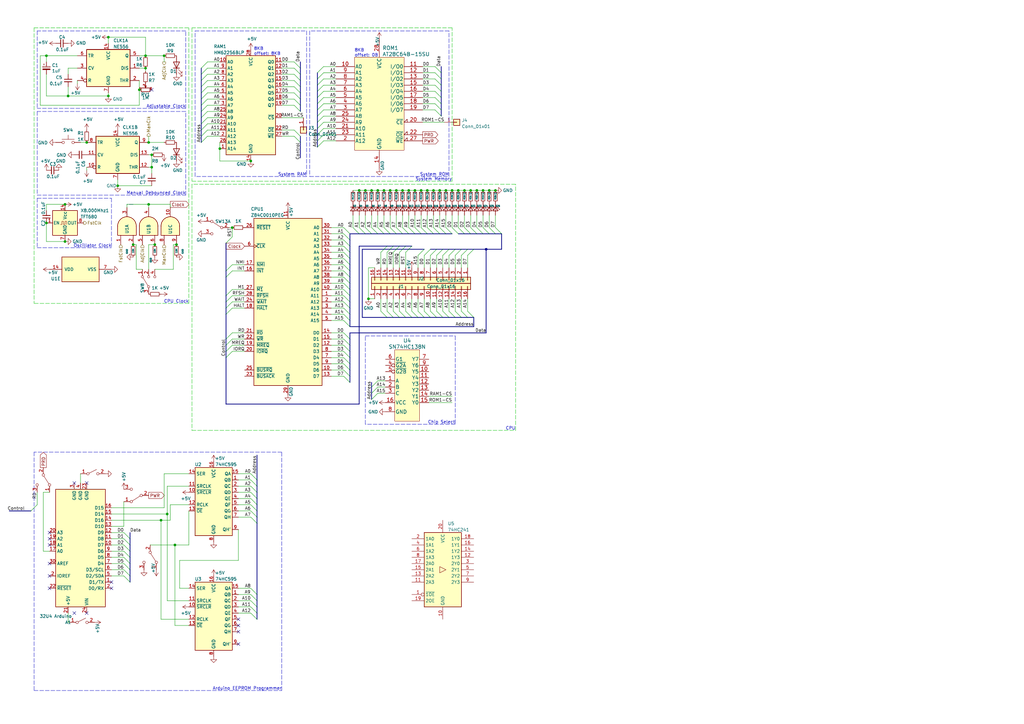
<source format=kicad_sch>
(kicad_sch (version 20211123) (generator eeschema)
  (paper "A3")
  (title_block (title "z80 Computer") (date "2022-11-06") (rev "1.6") (company "T. van de Weg"))
  (bus_alias "Address" (members))
  (bus_alias "Data" (members))
  (junction (at 182.88 78.105))
  (junction (at 62.23 63.5))
  (junction (at 68.58 210.82))
  (junction (at 102.87 66.04))
  (junction (at 59.69 27.94))
  (junction (at 152.4 78.105))
  (junction (at 185.42 78.105))
  (junction (at 35.56 58.42))
  (junction (at 165.1 78.105))
  (junction (at 19.05 22.86))
  (junction (at 157.48 78.105))
  (junction (at 198.12 78.105))
  (junction (at 95.25 93.345))
  (junction (at 190.5 78.105))
  (junction (at 200.66 78.105))
  (junction (at 26.67 99.06))
  (junction (at 72.39 100.33))
  (junction (at 162.56 78.105))
  (junction (at 71.755 223.52))
  (junction (at 63.5 100.33))
  (junction (at 27.94 39.37))
  (junction (at 160.02 78.105))
  (junction (at 54.61 100.33))
  (junction (at 151.13 122.555))
  (junction (at 19.05 91.44))
  (junction (at 26.67 83.82))
  (junction (at 195.58 78.105))
  (junction (at 66.04 213.36))
  (junction (at 154.94 78.105))
  (junction (at 180.34 78.105))
  (junction (at 203.2 78.105))
  (junction (at 60.96 58.42))
  (junction (at 172.72 78.105))
  (junction (at 44.45 15.24))
  (junction (at 175.26 78.105))
  (junction (at 62.23 68.58))
  (junction (at 147.32 78.105))
  (junction (at 199.39 102.235))
  (junction (at 90.17 60.96))
  (junction (at 44.45 39.37))
  (junction (at 170.18 78.105))
  (junction (at 59.69 22.86))
  (junction (at 57.15 36.83))
  (junction (at 149.86 78.105))
  (junction (at 167.64 78.105))
  (junction (at 177.8 78.105))
  (junction (at 193.04 78.105))
  (junction (at 187.96 78.105))
  (junction (at 67.31 22.86))
  (junction (at 48.26 76.2))
  (junction (at 60.96 83.82))
  (no_connect (at 62.23 36.83))
  (no_connect (at 20.32 236.22))
  (no_connect (at 97.79 254))
  (no_connect (at 20.32 218.44))
  (no_connect (at 97.79 256.54))
  (no_connect (at 97.79 264.16))
  (no_connect (at 20.32 220.98))
  (no_connect (at 35.56 251.46))
  (no_connect (at 20.32 231.14))
  (no_connect (at 97.79 259.08))
  (no_connect (at 20.32 223.52))
  (no_connect (at 30.48 251.46))
  (no_connect (at 45.72 238.76))
  (no_connect (at 20.32 241.3))
  (no_connect (at 45.72 241.3))
  (no_connect (at 35.56 198.12))
  (no_connect (at 30.48 198.12))
  (bus_entry (at 191.77 127.635) (size 2.54 2.54))
  (bus_entry (at 181.61 127.635) (size 2.54 2.54))
  (bus_entry (at 184.15 127.635) (size 2.54 2.54))
  (bus_entry (at 179.07 127.635) (size 2.54 2.54))
  (bus_entry (at 189.23 127.635) (size 2.54 2.54))
  (bus_entry (at 186.69 127.635) (size 2.54 2.54))
  (bus_entry (at 171.45 127.635) (size 2.54 2.54))
  (bus_entry (at 168.91 127.635) (size 2.54 2.54))
  (bus_entry (at 166.37 127.635) (size 2.54 2.54))
  (bus_entry (at 163.83 127.635) (size 2.54 2.54))
  (bus_entry (at 156.21 127.635) (size 2.54 2.54))
  (bus_entry (at 161.29 127.635) (size 2.54 2.54))
  (bus_entry (at 158.75 127.635) (size 2.54 2.54))
  (bus_entry (at 173.99 127.635) (size 2.54 2.54))
  (bus_entry (at 176.53 127.635) (size 2.54 2.54))
  (bus_entry (at 132.715 27.305) (size -2.54 2.54))
  (bus_entry (at 50.8 236.22) (size 2.54 2.54))
  (bus_entry (at 168.91 100.965) (size -2.54 2.54))
  (bus_entry (at 95.25 144.145) (size -2.54 2.54))
  (bus_entry (at 95.25 136.525) (size -2.54 2.54))
  (bus_entry (at 92.71 141.605) (size 2.54 -2.54))
  (bus_entry (at 95.25 141.605) (size -2.54 2.54))
  (bus_entry (at 102.87 204.47) (size 2.54 2.54))
  (bus_entry (at 102.87 199.39) (size 2.54 2.54))
  (bus_entry (at 50.8 218.44) (size 2.54 2.54))
  (bus_entry (at 102.87 212.09) (size 2.54 2.54))
  (bus_entry (at 102.87 194.31) (size 2.54 2.54))
  (bus_entry (at 50.8 228.6) (size 2.54 2.54))
  (bus_entry (at 95.25 108.585) (size -2.54 2.54))
  (bus_entry (at 95.25 111.125) (size -2.54 2.54))
  (bus_entry (at 173.99 102.235) (size -2.54 2.54))
  (bus_entry (at 154.94 158.75) (size -2.54 2.54))
  (bus_entry (at 154.94 161.29) (size -2.54 2.54))
  (bus_entry (at 140.97 118.745) (size 2.54 2.54))
  (bus_entry (at 140.97 121.285) (size 2.54 2.54))
  (bus_entry (at 140.97 123.825) (size 2.54 2.54))
  (bus_entry (at 140.97 126.365) (size 2.54 2.54))
  (bus_entry (at 140.97 128.905) (size 2.54 2.54))
  (bus_entry (at 140.97 131.445) (size 2.54 2.54))
  (bus_entry (at 140.97 113.665) (size 2.54 2.54))
  (bus_entry (at 140.97 116.205) (size 2.54 2.54))
  (bus_entry (at 140.97 111.125) (size 2.54 2.54))
  (bus_entry (at 140.97 93.345) (size 2.54 2.54))
  (bus_entry (at 140.97 108.585) (size 2.54 2.54))
  (bus_entry (at 140.97 106.045) (size 2.54 2.54))
  (bus_entry (at 140.97 95.885) (size 2.54 2.54))
  (bus_entry (at 140.97 98.425) (size 2.54 2.54))
  (bus_entry (at 140.97 100.965) (size 2.54 2.54))
  (bus_entry (at 140.97 103.505) (size 2.54 2.54))
  (bus_entry (at 132.715 45.085) (size -2.54 2.54))
  (bus_entry (at 102.87 243.84) (size 2.54 2.54))
  (bus_entry (at 120.65 38.1) (size 2.54 2.54))
  (bus_entry (at 85.09 33.02) (size -2.54 2.54))
  (bus_entry (at 85.09 27.94) (size -2.54 2.54))
  (bus_entry (at 85.09 30.48) (size -2.54 2.54))
  (bus_entry (at 85.09 43.18) (size -2.54 2.54))
  (bus_entry (at 85.09 40.64) (size -2.54 2.54))
  (bus_entry (at 85.09 38.1) (size -2.54 2.54))
  (bus_entry (at 85.09 25.4) (size -2.54 2.54))
  (bus_entry (at 85.09 35.56) (size -2.54 2.54))
  (bus_entry (at 85.09 48.26) (size -2.54 2.54))
  (bus_entry (at 85.09 45.72) (size -2.54 2.54))
  (bus_entry (at 85.09 50.8) (size -2.54 2.54))
  (bus_entry (at 85.09 53.34) (size -2.54 2.54))
  (bus_entry (at 85.09 55.88) (size -2.54 2.54))
  (bus_entry (at 50.8 220.98) (size 2.54 2.54))
  (bus_entry (at 120.65 30.48) (size 2.54 2.54))
  (bus_entry (at 161.29 100.965) (size -2.54 2.54))
  (bus_entry (at 190.5 95.885) (size -2.54 -2.54))
  (bus_entry (at 132.715 57.785) (size -2.54 2.54))
  (bus_entry (at 102.87 241.3) (size 2.54 2.54))
  (bus_entry (at 147.32 95.885) (size -2.54 -2.54))
  (bus_entry (at 149.86 95.885) (size -2.54 -2.54))
  (bus_entry (at 152.4 95.885) (size -2.54 -2.54))
  (bus_entry (at 162.56 95.885) (size -2.54 -2.54))
  (bus_entry (at 165.1 95.885) (size -2.54 -2.54))
  (bus_entry (at 167.64 95.885) (size -2.54 -2.54))
  (bus_entry (at 185.42 95.885) (size -2.54 -2.54))
  (bus_entry (at 160.02 95.885) (size -2.54 -2.54))
  (bus_entry (at 170.18 95.885) (size -2.54 -2.54))
  (bus_entry (at 157.48 95.885) (size -2.54 -2.54))
  (bus_entry (at 154.94 95.885) (size -2.54 -2.54))
  (bus_entry (at 172.72 95.885) (size -2.54 -2.54))
  (bus_entry (at 182.88 95.885) (size -2.54 -2.54))
  (bus_entry (at 180.34 95.885) (size -2.54 -2.54))
  (bus_entry (at 175.26 95.885) (size -2.54 -2.54))
  (bus_entry (at 177.8 95.885) (size -2.54 -2.54))
  (bus_entry (at 166.37 100.965) (size -2.54 2.54))
  (bus_entry (at 163.83 100.965) (size -2.54 2.54))
  (bus_entry (at 140.97 146.685) (size 2.54 2.54))
  (bus_entry (at 140.97 144.145) (size 2.54 2.54))
  (bus_entry (at 140.97 136.525) (size 2.54 2.54))
  (bus_entry (at 140.97 139.065) (size 2.54 2.54))
  (bus_entry (at 140.97 154.305) (size 2.54 2.54))
  (bus_entry (at 140.97 151.765) (size 2.54 2.54))
  (bus_entry (at 140.97 141.605) (size 2.54 2.54))
  (bus_entry (at 140.97 149.225) (size 2.54 2.54))
  (bus_entry (at 132.715 50.165) (size -2.54 2.54))
  (bus_entry (at 102.87 201.93) (size 2.54 2.54))
  (bus_entry (at 193.04 95.885) (size -2.54 -2.54))
  (bus_entry (at 178.435 27.305) (size 2.54 2.54))
  (bus_entry (at 178.435 42.545) (size 2.54 2.54))
  (bus_entry (at 95.25 121.285) (size -2.54 2.54))
  (bus_entry (at 95.25 123.825) (size -2.54 2.54))
  (bus_entry (at 95.25 126.365) (size -2.54 2.54))
  (bus_entry (at 95.25 118.745) (size -2.54 2.54))
  (bus_entry (at 120.65 43.18) (size 2.54 2.54))
  (bus_entry (at 15.24 207.01) (size -2.54 2.54))
  (bus_entry (at 132.715 40.005) (size -2.54 2.54))
  (bus_entry (at 120.65 55.88) (size 2.54 2.54))
  (bus_entry (at 132.715 55.245) (size -2.54 2.54))
  (bus_entry (at 132.715 42.545) (size -2.54 2.54))
  (bus_entry (at 132.715 34.925) (size -2.54 2.54))
  (bus_entry (at 178.435 45.085) (size 2.54 2.54))
  (bus_entry (at 132.715 47.625) (size -2.54 2.54))
  (bus_entry (at 132.715 32.385) (size -2.54 2.54))
  (bus_entry (at 178.435 40.005) (size 2.54 2.54))
  (bus_entry (at 102.87 251.46) (size 2.54 2.54))
  (bus_entry (at 102.87 207.01) (size 2.54 2.54))
  (bus_entry (at 187.96 95.885) (size -2.54 -2.54))
  (bus_entry (at 102.87 209.55) (size 2.54 2.54))
  (bus_entry (at 198.12 95.885) (size -2.54 -2.54))
  (bus_entry (at 120.65 35.56) (size 2.54 2.54))
  (bus_entry (at 132.715 37.465) (size -2.54 2.54))
  (bus_entry (at 132.715 52.705) (size -2.54 2.54))
  (bus_entry (at 154.94 156.21) (size -2.54 2.54))
  (bus_entry (at 102.87 246.38) (size 2.54 2.54))
  (bus_entry (at 173.99 104.775) (size 2.54 -2.54))
  (bus_entry (at 181.61 104.775) (size 2.54 -2.54))
  (bus_entry (at 191.77 104.775) (size 2.54 -2.54))
  (bus_entry (at 189.23 104.775) (size 2.54 -2.54))
  (bus_entry (at 179.07 104.775) (size 2.54 -2.54))
  (bus_entry (at 186.69 104.775) (size 2.54 -2.54))
  (bus_entry (at 176.53 104.775) (size 2.54 -2.54))
  (bus_entry (at 184.15 104.775) (size 2.54 -2.54))
  (bus_entry (at 120.65 53.34) (size 2.54 2.54))
  (bus_entry (at 50.8 226.06) (size 2.54 2.54))
  (bus_entry (at 205.74 95.885) (size -2.54 -2.54))
  (bus_entry (at 132.715 29.845) (size -2.54 2.54))
  (bus_entry (at 50.8 233.68) (size 2.54 2.54))
  (bus_entry (at 102.87 248.92) (size 2.54 2.54))
  (bus_entry (at 200.66 95.885) (size -2.54 -2.54))
  (bus_entry (at 102.87 196.85) (size 2.54 2.54))
  (bus_entry (at 120.65 33.02) (size 2.54 2.54))
  (bus_entry (at 195.58 95.885) (size -2.54 -2.54))
  (bus_entry (at 203.2 95.885) (size -2.54 -2.54))
  (bus_entry (at 178.435 34.925) (size 2.54 2.54))
  (bus_entry (at 178.435 29.845) (size 2.54 2.54))
  (bus_entry (at 178.435 32.385) (size 2.54 2.54))
  (bus_entry (at 120.65 27.94) (size 2.54 2.54))
  (bus_entry (at 50.8 231.14) (size 2.54 2.54))
  (bus_entry (at 178.435 37.465) (size 2.54 2.54))
  (bus_entry (at 92.71 99.695) (size 2.54 -2.54))
  (bus_entry (at 50.8 223.52) (size 2.54 2.54))
  (bus_entry (at 156.21 103.505) (size 2.54 -2.54))
  (bus_entry (at 120.65 40.64) (size 2.54 2.54))
  (bus_entry (at 120.65 25.4) (size 2.54 2.54))
  (bus (pts (xy 105.41 199.39) (xy 105.41 201.93)))
  (bus (pts (xy 105.41 212.09) (xy 105.41 214.63)))
  (bus (pts (xy 143.51 103.505) (xy 143.51 106.045)))
  (wire (pts (xy 19.05 83.82) (xy 19.05 86.36)))
  (wire (pts (xy 135.89 121.285) (xy 140.97 121.285)))
  (wire (pts (xy 173.99 122.555) (xy 173.99 127.635)))
  (bus (pts (xy 143.51 154.305) (xy 143.51 156.845)))
  (wire (pts (xy 135.89 111.125) (xy 140.97 111.125)))
  (wire (pts (xy 85.09 48.26) (xy 90.17 48.26)))
  (bus (pts (xy 143.51 146.685) (xy 143.51 149.225)))
  (polyline (pts (xy 13.97 185.42) (xy 13.97 283.21)))
  (polyline (pts (xy 54.61 83.82) (xy 52.07 83.82)))
  (wire (pts (xy 73.66 229.87) (xy 73.66 241.3)))
  (bus (pts (xy 105.41 246.38) (xy 105.41 248.92)))
  (wire (pts (xy 68.58 199.39) (xy 68.58 210.82)))
  (wire (pts (xy 19.05 91.44) (xy 19.05 99.06)))
  (bus (pts (xy 143.51 131.445) (xy 143.51 133.985)))
  (wire (pts (xy 161.29 103.505) (xy 161.29 109.855)))
  (wire (pts (xy 93.98 93.345) (xy 95.25 93.345)))
  (bus (pts (xy 186.69 102.235) (xy 189.23 102.235)))
  (wire (pts (xy 152.4 78.105) (xy 154.94 78.105)))
  (wire (pts (xy 50.8 205.74) (xy 50.8 215.9)))
  (wire (pts (xy 102.87 241.3) (xy 97.79 241.3)))
  (bus (pts (xy 180.975 42.545) (xy 180.975 45.085)))
  (wire (pts (xy 135.89 100.965) (xy 140.97 100.965)))
  (polyline (pts (xy 78.74 74.295) (xy 185.42 74.295)) (stroke (width 0) (color 0 194 0 1)))
  (wire (pts (xy 132.715 42.545) (xy 137.795 42.545)))
  (wire (pts (xy 135.89 128.905) (xy 140.97 128.905)))
  (bus (pts (xy 143.51 139.065) (xy 143.51 141.605)))
  (wire (pts (xy 173.355 34.925) (xy 178.435 34.925)))
  (wire (pts (xy 35.56 68.58) (xy 35.56 69.85)))
  (wire (pts (xy 62.23 76.2) (xy 48.26 76.2)))
  (wire (pts (xy 158.75 122.555) (xy 158.75 127.635)))
  (wire (pts (xy 62.23 68.58) (xy 62.23 63.5)))
  (bus (pts (xy 123.19 35.56) (xy 123.19 38.1)))
  (polyline (pts (xy 185.42 74.295) (xy 185.42 11.43)) (stroke (width 0) (color 0 194 0 1)))
  (bus (pts (xy 180.975 27.305) (xy 180.975 29.845)))
  (bus (pts (xy 92.71 146.685) (xy 92.71 165.735)))
  (polyline (pts (xy 15.24 45.72) (xy 15.24 80.01)))
  (bus (pts (xy 92.71 141.605) (xy 92.71 144.145)))
  (bus (pts (xy 105.41 209.55) (xy 105.41 212.09)))
  (wire (pts (xy 77.47 199.39) (xy 68.58 199.39)))
  (bus (pts (xy 181.61 102.235) (xy 184.15 102.235)))
  (wire (pts (xy 190.5 78.105) (xy 193.04 78.105)))
  (wire (pts (xy 185.42 88.265) (xy 185.42 93.345)))
  (bus (pts (xy 190.5 95.885) (xy 193.04 95.885)))
  (wire (pts (xy 153.67 122.555) (xy 151.13 122.555)))
  (bus (pts (xy 161.29 100.965) (xy 163.83 100.965)))
  (wire (pts (xy 19.05 22.86) (xy 16.51 22.86)))
  (wire (pts (xy 156.21 122.555) (xy 156.21 127.635)))
  (polyline (pts (xy 78.74 75.565) (xy 78.74 176.53)) (stroke (width 0) (color 0 194 0 1)))
  (wire (pts (xy 166.37 122.555) (xy 166.37 127.635)))
  (wire (pts (xy 115.57 33.02) (xy 120.65 33.02)))
  (wire (pts (xy 95.25 141.605) (xy 100.33 141.605)))
  (bus (pts (xy 12.7 209.55) (xy 3.81 209.55)))
  (polyline (pts (xy 185.42 11.43) (xy 78.74 11.43)) (stroke (width 0) (color 0 194 0 1)))
  (wire (pts (xy 176.53 122.555) (xy 176.53 127.635)))
  (wire (pts (xy 172.72 78.105) (xy 175.26 78.105)))
  (polyline (pts (xy 80.01 72.39) (xy 80.01 12.7)))
  (bus (pts (xy 180.975 45.085) (xy 180.975 47.625)))
  (wire (pts (xy 45.72 210.82) (xy 68.58 210.82)))
  (bus (pts (xy 82.55 35.56) (xy 82.55 38.1)))
  (wire (pts (xy 171.45 122.555) (xy 171.45 127.635)))
  (bus (pts (xy 180.975 32.385) (xy 180.975 34.925)))
  (bus (pts (xy 180.975 34.925) (xy 180.975 37.465)))
  (wire (pts (xy 71.12 100.33) (xy 72.39 100.33)))
  (bus (pts (xy 143.51 128.905) (xy 143.51 131.445)))
  (wire (pts (xy 45.72 226.06) (xy 50.8 226.06)))
  (bus (pts (xy 147.32 100.965) (xy 158.75 100.965)))
  (polyline (pts (xy 13.97 11.43) (xy 77.47 11.43)) (stroke (width 0) (type dash) (color 0 194 0 1)))
  (wire (pts (xy 157.48 88.265) (xy 157.48 93.345)))
  (wire (pts (xy 27.94 35.56) (xy 27.94 39.37)))
  (wire (pts (xy 48.26 73.66) (xy 48.26 76.2)))
  (bus (pts (xy 180.34 95.885) (xy 182.88 95.885)))
  (wire (pts (xy 162.56 88.265) (xy 162.56 93.345)))
  (wire (pts (xy 31.75 22.86) (xy 19.05 22.86)))
  (bus (pts (xy 158.75 130.175) (xy 148.59 130.175)))
  (wire (pts (xy 135.89 116.205) (xy 140.97 116.205)))
  (wire (pts (xy 35.56 58.42) (xy 33.02 58.42)))
  (polyline (pts (xy 78.74 11.43) (xy 78.74 74.295)) (stroke (width 0) (color 0 194 0 1)))
  (wire (pts (xy 200.66 78.105) (xy 203.2 78.105)))
  (wire (pts (xy 102.87 246.38) (xy 97.79 246.38)))
  (wire (pts (xy 172.72 88.265) (xy 172.72 93.345)))
  (wire (pts (xy 31.75 33.02) (xy 31.75 34.29)))
  (wire (pts (xy 182.88 88.265) (xy 182.88 93.345)))
  (bus (pts (xy 92.71 126.365) (xy 92.71 128.905)))
  (wire (pts (xy 73.66 241.3) (xy 77.47 241.3)))
  (bus (pts (xy 82.55 40.64) (xy 82.55 43.18)))
  (bus (pts (xy 82.55 43.18) (xy 82.55 45.72)))
  (wire (pts (xy 135.89 98.425) (xy 140.97 98.425)))
  (wire (pts (xy 180.34 88.265) (xy 180.34 93.345)))
  (bus (pts (xy 166.37 100.965) (xy 168.91 100.965)))
  (wire (pts (xy 59.69 22.86) (xy 67.31 22.86)))
  (bus (pts (xy 92.71 121.285) (xy 92.71 123.825)))
  (wire (pts (xy 102.87 251.46) (xy 97.79 251.46)))
  (wire (pts (xy 26.67 83.82) (xy 19.05 83.82)))
  (bus (pts (xy 179.07 102.235) (xy 181.61 102.235)))
  (wire (pts (xy 176.53 104.775) (xy 176.53 109.855)))
  (wire (pts (xy 90.17 58.42) (xy 90.17 60.96)))
  (bus (pts (xy 92.71 123.825) (xy 92.71 126.365)))
  (polyline (pts (xy 15.24 81.28) (xy 15.24 101.6)))
  (bus (pts (xy 147.32 165.735) (xy 147.32 100.965)))
  (wire (pts (xy 115.57 53.34) (xy 120.65 53.34)))
  (wire (pts (xy 132.715 29.845) (xy 137.795 29.845)))
  (wire (pts (xy 135.89 95.885) (xy 140.97 95.885)))
  (bus (pts (xy 130.175 45.085) (xy 130.175 47.625)))
  (wire (pts (xy 85.09 55.88) (xy 90.17 55.88)))
  (bus (pts (xy 130.175 40.005) (xy 130.175 42.545)))
  (wire (pts (xy 165.1 78.105) (xy 167.64 78.105)))
  (bus (pts (xy 181.61 130.175) (xy 184.15 130.175)))
  (bus (pts (xy 173.99 130.175) (xy 176.53 130.175)))
  (bus (pts (xy 180.975 29.845) (xy 180.975 32.385)))
  (bus (pts (xy 191.77 130.175) (xy 194.31 130.175)))
  (wire (pts (xy 102.87 194.31) (xy 97.79 194.31)))
  (bus (pts (xy 82.55 55.88) (xy 82.55 58.42)))
  (wire (pts (xy 62.23 68.58) (xy 60.96 68.58)))
  (wire (pts (xy 69.85 85.09) (xy 69.85 83.82)))
  (wire (pts (xy 27.94 39.37) (xy 44.45 39.37)))
  (bus (pts (xy 130.175 34.925) (xy 130.175 37.465)))
  (bus (pts (xy 143.51 95.885) (xy 143.51 98.425)))
  (wire (pts (xy 170.18 88.265) (xy 170.18 93.345)))
  (wire (pts (xy 135.89 113.665) (xy 140.97 113.665)))
  (polyline (pts (xy 15.24 80.01) (xy 76.2 80.01)))
  (polyline (pts (xy 13.97 11.43) (xy 13.97 124.46)) (stroke (width 0) (type dash) (color 0 194 0 1)))
  (polyline (pts (xy 149.86 173.99) (xy 149.86 137.795)))
  (wire (pts (xy 187.96 78.105) (xy 190.5 78.105)))
  (bus (pts (xy 143.51 121.285) (xy 143.51 123.825)))
  (wire (pts (xy 165.1 88.265) (xy 165.1 93.345)))
  (wire (pts (xy 71.12 110.49) (xy 71.12 100.33)))
  (bus (pts (xy 163.83 130.175) (xy 166.37 130.175)))
  (polyline (pts (xy 13.97 283.21) (xy 115.57 283.21)))
  (wire (pts (xy 135.89 149.225) (xy 140.97 149.225)))
  (bus (pts (xy 172.72 95.885) (xy 175.26 95.885)))
  (bus (pts (xy 171.45 130.175) (xy 173.99 130.175)))
  (bus (pts (xy 53.34 226.06) (xy 53.34 228.6)))
  (bus (pts (xy 143.51 133.985) (xy 194.31 133.985)))
  (wire (pts (xy 135.89 131.445) (xy 140.97 131.445)))
  (wire (pts (xy 158.75 103.505) (xy 158.75 109.855)))
  (wire (pts (xy 95.25 139.065) (xy 100.33 139.065)))
  (bus (pts (xy 143.51 123.825) (xy 143.51 126.365)))
  (wire (pts (xy 19.05 22.86) (xy 19.05 25.4)))
  (wire (pts (xy 71.755 256.54) (xy 71.755 223.52)))
  (bus (pts (xy 189.23 130.175) (xy 191.77 130.175)))
  (wire (pts (xy 102.87 207.01) (xy 97.79 207.01)))
  (wire (pts (xy 135.89 108.585) (xy 140.97 108.585)))
  (polyline (pts (xy 149.86 137.795) (xy 186.69 137.795)))
  (bus (pts (xy 123.19 27.94) (xy 123.19 30.48)))
  (wire (pts (xy 16.51 43.18) (xy 57.15 43.18)))
  (bus (pts (xy 149.86 95.885) (xy 152.4 95.885)))
  (polyline (pts (xy 76.2 45.72) (xy 15.24 45.72)))
  (polyline (pts (xy 80.01 12.7) (xy 125.73 12.7)))
  (wire (pts (xy 135.89 126.365) (xy 140.97 126.365)))
  (wire (pts (xy 132.715 50.165) (xy 137.795 50.165)))
  (bus (pts (xy 130.175 37.465) (xy 130.175 40.005)))
  (bus (pts (xy 82.55 48.26) (xy 82.55 50.8)))
  (polyline (pts (xy 127 12.7) (xy 127 72.39)))
  (polyline (pts (xy 186.69 137.795) (xy 186.69 173.99)))
  (wire (pts (xy 45.72 228.6) (xy 50.8 228.6)))
  (wire (pts (xy 173.355 42.545) (xy 178.435 42.545)))
  (wire (pts (xy 115.57 43.18) (xy 120.65 43.18)))
  (wire (pts (xy 20.32 226.06) (xy 17.78 226.06)))
  (wire (pts (xy 95.25 111.125) (xy 100.33 111.125)))
  (bus (pts (xy 160.02 95.885) (xy 162.56 95.885)))
  (bus (pts (xy 175.26 95.885) (xy 177.8 95.885)))
  (wire (pts (xy 60.96 58.42) (xy 60.96 55.88)))
  (bus (pts (xy 105.41 186.69) (xy 105.41 196.85)))
  (wire (pts (xy 27.94 251.46) (xy 27.94 255.27)))
  (bus (pts (xy 105.41 243.84) (xy 105.41 246.38)))
  (wire (pts (xy 154.94 158.75) (xy 158.115 158.75)))
  (wire (pts (xy 102.87 199.39) (xy 97.79 199.39)))
  (wire (pts (xy 167.64 88.265) (xy 167.64 93.345)))
  (wire (pts (xy 55.88 100.33) (xy 54.61 100.33)))
  (polyline (pts (xy 77.47 124.46) (xy 13.97 124.46)) (stroke (width 0) (color 0 194 0 1)))
  (bus (pts (xy 184.15 130.175) (xy 186.69 130.175)))
  (polyline (pts (xy 15.24 12.7) (xy 15.24 44.45)))
  (wire (pts (xy 198.12 78.105) (xy 200.66 78.105)))
  (wire (pts (xy 95.25 144.145) (xy 100.33 144.145)))
  (wire (pts (xy 115.57 30.48) (xy 120.65 30.48)))
  (wire (pts (xy 189.23 122.555) (xy 189.23 127.635)))
  (bus (pts (xy 158.75 130.175) (xy 161.29 130.175)))
  (wire (pts (xy 66.04 254) (xy 66.04 213.36)))
  (wire (pts (xy 154.94 156.21) (xy 158.115 156.21)))
  (wire (pts (xy 135.89 151.765) (xy 140.97 151.765)))
  (wire (pts (xy 135.89 93.345) (xy 140.97 93.345)))
  (polyline (pts (xy 45.72 81.28) (xy 45.72 101.6)))
  (bus (pts (xy 105.41 204.47) (xy 105.41 207.01)))
  (wire (pts (xy 181.61 122.555) (xy 181.61 127.635)))
  (bus (pts (xy 82.55 45.72) (xy 82.55 48.26)))
  (bus (pts (xy 166.37 130.175) (xy 168.91 130.175)))
  (wire (pts (xy 203.2 88.265) (xy 203.2 93.345)))
  (bus (pts (xy 180.975 37.465) (xy 180.975 40.005)))
  (wire (pts (xy 17.78 201.93) (xy 17.78 226.06)))
  (wire (pts (xy 161.29 122.555) (xy 161.29 127.635)))
  (wire (pts (xy 95.25 108.585) (xy 100.33 108.585)))
  (polyline (pts (xy 184.15 12.7) (xy 127 12.7)))
  (bus (pts (xy 123.19 55.88) (xy 123.19 58.42)))
  (bus (pts (xy 123.19 58.42) (xy 123.19 64.77)))
  (wire (pts (xy 45.72 218.44) (xy 50.8 218.44)))
  (bus (pts (xy 168.91 130.175) (xy 171.45 130.175)))
  (wire (pts (xy 115.57 27.94) (xy 120.65 27.94)))
  (bus (pts (xy 143.51 118.745) (xy 143.51 121.285)))
  (bus (pts (xy 92.71 144.145) (xy 92.71 146.685)))
  (wire (pts (xy 44.45 15.24) (xy 44.45 17.78)))
  (wire (pts (xy 191.77 122.555) (xy 191.77 127.635)))
  (bus (pts (xy 148.59 130.175) (xy 148.59 102.235)))
  (wire (pts (xy 171.45 104.775) (xy 171.45 109.855)))
  (wire (pts (xy 63.5 110.49) (xy 71.12 110.49)))
  (wire (pts (xy 50.8 215.9) (xy 45.72 215.9)))
  (bus (pts (xy 130.175 50.165) (xy 130.175 52.705)))
  (wire (pts (xy 58.42 110.49) (xy 55.88 110.49)))
  (wire (pts (xy 27.94 255.27) (xy 28.575 255.27)))
  (bus (pts (xy 186.69 130.175) (xy 189.23 130.175)))
  (wire (pts (xy 45.72 208.28) (xy 67.31 208.28)))
  (polyline (pts (xy 115.57 185.42) (xy 13.97 185.42)))
  (wire (pts (xy 177.8 88.265) (xy 177.8 93.345)))
  (wire (pts (xy 173.355 32.385) (xy 178.435 32.385)))
  (bus (pts (xy 105.41 214.63) (xy 105.41 243.84)))
  (wire (pts (xy 77.47 246.38) (xy 68.58 246.38)))
  (polyline (pts (xy 125.73 12.7) (xy 125.73 72.39)))
  (wire (pts (xy 115.57 55.88) (xy 120.65 55.88)))
  (wire (pts (xy 95.25 136.525) (xy 100.33 136.525)))
  (wire (pts (xy 187.96 88.265) (xy 187.96 93.345)))
  (wire (pts (xy 152.4 88.265) (xy 152.4 93.345)))
  (wire (pts (xy 144.78 88.265) (xy 144.78 93.345)))
  (wire (pts (xy 115.57 35.56) (xy 120.65 35.56)))
  (wire (pts (xy 33.02 194.31) (xy 33.02 198.12)))
  (bus (pts (xy 143.51 151.765) (xy 143.51 154.305)))
  (polyline (pts (xy 77.47 124.46) (xy 77.47 11.43)) (stroke (width 0) (type dash) (color 0 194 0 1)))
  (bus (pts (xy 187.96 95.885) (xy 190.5 95.885)))
  (wire (pts (xy 132.715 52.705) (xy 137.795 52.705)))
  (bus (pts (xy 194.31 102.235) (xy 199.39 102.235)))
  (bus (pts (xy 82.55 50.8) (xy 82.55 53.34)))
  (wire (pts (xy 135.89 141.605) (xy 140.97 141.605)))
  (wire (pts (xy 45.72 223.52) (xy 50.8 223.52)))
  (bus (pts (xy 105.41 196.85) (xy 105.41 199.39)))
  (wire (pts (xy 195.58 78.105) (xy 198.12 78.105)))
  (wire (pts (xy 57.15 22.86) (xy 59.69 22.86)))
  (bus (pts (xy 143.51 106.045) (xy 143.51 108.585)))
  (wire (pts (xy 190.5 88.265) (xy 190.5 93.345)))
  (wire (pts (xy 90.17 66.04) (xy 102.87 66.04)))
  (wire (pts (xy 55.88 110.49) (xy 55.88 100.33)))
  (wire (pts (xy 173.99 104.775) (xy 173.99 109.855)))
  (wire (pts (xy 175.895 165.1) (xy 185.42 165.1)))
  (wire (pts (xy 16.51 22.86) (xy 16.51 43.18)))
  (wire (pts (xy 85.09 45.72) (xy 90.17 45.72)))
  (wire (pts (xy 60.96 85.09) (xy 60.96 83.82)))
  (polyline (pts (xy 211.455 176.53) (xy 211.455 75.565)) (stroke (width 0) (color 0 194 0 1)))
  (wire (pts (xy 45.72 236.22) (xy 50.8 236.22)))
  (wire (pts (xy 149.86 78.105) (xy 152.4 78.105)))
  (bus (pts (xy 195.58 95.885) (xy 198.12 95.885)))
  (wire (pts (xy 95.25 93.345) (xy 95.25 97.155)))
  (wire (pts (xy 163.83 103.505) (xy 163.83 109.855)))
  (bus (pts (xy 130.175 29.845) (xy 130.175 32.385)))
  (wire (pts (xy 195.58 88.265) (xy 195.58 93.345)))
  (wire (pts (xy 175.26 78.105) (xy 177.8 78.105)))
  (wire (pts (xy 85.09 38.1) (xy 90.17 38.1)))
  (bus (pts (xy 143.51 116.205) (xy 143.51 118.745)))
  (wire (pts (xy 132.715 57.785) (xy 137.795 57.785)))
  (wire (pts (xy 95.25 121.285) (xy 100.33 121.285)))
  (bus (pts (xy 191.77 102.235) (xy 194.31 102.235)))
  (bus (pts (xy 184.15 102.235) (xy 186.69 102.235)))
  (bus (pts (xy 148.59 102.235) (xy 173.99 102.235)))
  (wire (pts (xy 57.15 36.83) (xy 57.15 33.02)))
  (bus (pts (xy 158.75 100.965) (xy 161.29 100.965)))
  (bus (pts (xy 53.34 233.68) (xy 53.34 236.22)))
  (wire (pts (xy 180.34 78.105) (xy 182.88 78.105)))
  (polyline (pts (xy 125.73 72.39) (xy 80.01 72.39)))
  (bus (pts (xy 92.71 113.665) (xy 92.71 121.285)))
  (wire (pts (xy 157.48 78.105) (xy 160.02 78.105)))
  (bus (pts (xy 53.34 231.14) (xy 53.34 233.68)))
  (wire (pts (xy 132.715 55.245) (xy 137.795 55.245)))
  (wire (pts (xy 154.94 161.29) (xy 158.115 161.29)))
  (wire (pts (xy 71.755 223.52) (xy 77.47 223.52)))
  (wire (pts (xy 160.02 88.265) (xy 160.02 93.345)))
  (wire (pts (xy 147.32 78.105) (xy 149.86 78.105)))
  (wire (pts (xy 15.24 201.93) (xy 15.24 207.01)))
  (bus (pts (xy 123.19 25.4) (xy 123.19 27.94)))
  (wire (pts (xy 85.09 53.34) (xy 90.17 53.34)))
  (bus (pts (xy 143.51 136.525) (xy 143.51 139.065)))
  (bus (pts (xy 123.19 30.48) (xy 123.19 33.02)))
  (wire (pts (xy 135.89 139.065) (xy 140.97 139.065)))
  (wire (pts (xy 132.715 32.385) (xy 137.795 32.385)))
  (polyline (pts (xy 184.15 72.39) (xy 184.15 12.7)))
  (bus (pts (xy 198.12 95.885) (xy 200.66 95.885)))
  (bus (pts (xy 194.31 130.175) (xy 194.31 133.985)))
  (bus (pts (xy 105.41 207.01) (xy 105.41 209.55)))
  (wire (pts (xy 102.87 196.85) (xy 97.79 196.85)))
  (wire (pts (xy 193.04 88.265) (xy 193.04 93.345)))
  (wire (pts (xy 85.09 43.18) (xy 90.17 43.18)))
  (wire (pts (xy 132.715 40.005) (xy 137.795 40.005)))
  (wire (pts (xy 149.86 88.265) (xy 149.86 93.345)))
  (wire (pts (xy 179.07 122.555) (xy 179.07 127.635)))
  (wire (pts (xy 77.47 223.52) (xy 77.47 209.55)))
  (bus (pts (xy 130.175 57.785) (xy 130.175 60.325)))
  (wire (pts (xy 132.715 47.625) (xy 137.795 47.625)))
  (wire (pts (xy 200.66 88.265) (xy 200.66 93.345)))
  (bus (pts (xy 123.19 43.18) (xy 123.19 45.72)))
  (wire (pts (xy 144.78 78.105) (xy 147.32 78.105)))
  (bus (pts (xy 180.975 40.005) (xy 180.975 42.545)))
  (bus (pts (xy 130.175 55.245) (xy 130.175 57.785)))
  (bus (pts (xy 165.1 95.885) (xy 167.64 95.885)))
  (wire (pts (xy 163.83 122.555) (xy 163.83 127.635)))
  (wire (pts (xy 77.47 256.54) (xy 71.755 256.54)))
  (wire (pts (xy 60.96 110.49) (xy 60.96 100.33)))
  (bus (pts (xy 105.41 251.46) (xy 105.41 254)))
  (bus (pts (xy 130.175 32.385) (xy 130.175 34.925)))
  (bus (pts (xy 92.71 111.125) (xy 92.71 113.665)))
  (wire (pts (xy 60.96 83.82) (xy 69.85 83.82)))
  (wire (pts (xy 186.69 122.555) (xy 186.69 127.635)))
  (wire (pts (xy 115.57 38.1) (xy 120.65 38.1)))
  (bus (pts (xy 143.51 141.605) (xy 143.51 144.145)))
  (bus (pts (xy 53.34 223.52) (xy 53.34 226.06)))
  (polyline (pts (xy 127 72.39) (xy 184.15 72.39)))
  (bus (pts (xy 193.04 95.885) (xy 195.58 95.885)))
  (wire (pts (xy 135.89 103.505) (xy 140.97 103.505)))
  (wire (pts (xy 132.715 45.085) (xy 137.795 45.085)))
  (wire (pts (xy 85.09 30.48) (xy 90.17 30.48)))
  (bus (pts (xy 161.29 130.175) (xy 163.83 130.175)))
  (wire (pts (xy 102.87 209.55) (xy 97.79 209.55)))
  (bus (pts (xy 92.71 165.735) (xy 147.32 165.735)))
  (wire (pts (xy 85.09 33.02) (xy 90.17 33.02)))
  (bus (pts (xy 143.51 136.525) (xy 199.39 136.525)))
  (bus (pts (xy 143.51 144.145) (xy 143.51 146.685)))
  (wire (pts (xy 135.89 136.525) (xy 140.97 136.525)))
  (bus (pts (xy 105.41 248.92) (xy 105.41 251.46)))
  (wire (pts (xy 135.89 118.745) (xy 140.97 118.745)))
  (bus (pts (xy 130.175 42.545) (xy 130.175 45.085)))
  (polyline (pts (xy 115.57 283.21) (xy 115.57 185.42)))
  (wire (pts (xy 60.96 100.33) (xy 63.5 100.33)))
  (wire (pts (xy 59.69 15.24) (xy 44.45 15.24)))
  (wire (pts (xy 179.07 104.775) (xy 179.07 109.855)))
  (bus (pts (xy 199.39 136.525) (xy 199.39 102.235)))
  (bus (pts (xy 163.83 100.965) (xy 166.37 100.965)))
  (polyline (pts (xy 76.2 80.01) (xy 76.2 45.72)))
  (wire (pts (xy 95.25 118.745) (xy 100.33 118.745)))
  (bus (pts (xy 92.71 128.905) (xy 92.71 139.065)))
  (polyline (pts (xy 76.2 12.7) (xy 15.24 12.7)))
  (polyline (pts (xy 15.24 101.6) (xy 45.72 101.6)))
  (wire (pts (xy 27.94 27.94) (xy 27.94 30.48)))
  (wire (pts (xy 167.64 78.105) (xy 170.18 78.105)))
  (wire (pts (xy 154.94 88.265) (xy 154.94 93.345)))
  (bus (pts (xy 199.39 102.235) (xy 205.74 102.235)))
  (wire (pts (xy 132.715 34.925) (xy 137.795 34.925)))
  (bus (pts (xy 130.175 47.625) (xy 130.175 50.165)))
  (bus (pts (xy 147.32 95.885) (xy 149.86 95.885)))
  (wire (pts (xy 85.09 27.94) (xy 90.17 27.94)))
  (wire (pts (xy 45.72 231.14) (xy 50.8 231.14)))
  (bus (pts (xy 162.56 95.885) (xy 165.1 95.885)))
  (wire (pts (xy 19.05 30.48) (xy 19.05 39.37)))
  (wire (pts (xy 181.61 104.775) (xy 181.61 109.855)))
  (bus (pts (xy 143.51 108.585) (xy 143.51 111.125)))
  (bus (pts (xy 53.34 218.44) (xy 53.34 220.98)))
  (bus (pts (xy 143.51 126.365) (xy 143.51 128.905)))
  (wire (pts (xy 173.355 37.465) (xy 178.435 37.465)))
  (bus (pts (xy 205.74 102.235) (xy 205.74 95.885)))
  (bus (pts (xy 82.55 38.1) (xy 82.55 40.64)))
  (bus (pts (xy 123.19 40.64) (xy 123.19 43.18)))
  (wire (pts (xy 156.21 103.505) (xy 156.21 109.855)))
  (wire (pts (xy 191.77 104.775) (xy 191.77 109.855)))
  (bus (pts (xy 189.23 102.235) (xy 191.77 102.235)))
  (wire (pts (xy 135.89 154.305) (xy 140.97 154.305)))
  (wire (pts (xy 115.57 48.26) (xy 124.46 48.26)))
  (wire (pts (xy 85.09 25.4) (xy 90.17 25.4)))
  (wire (pts (xy 151.13 122.555) (xy 151.13 109.855)))
  (wire (pts (xy 115.57 40.64) (xy 120.65 40.64)))
  (wire (pts (xy 166.37 103.505) (xy 166.37 109.855)))
  (wire (pts (xy 59.69 15.24) (xy 59.69 22.86)))
  (wire (pts (xy 97.79 217.17) (xy 97.79 229.87)))
  (wire (pts (xy 160.02 78.105) (xy 162.56 78.105)))
  (wire (pts (xy 189.23 104.775) (xy 189.23 109.855)))
  (polyline (pts (xy 76.2 44.45) (xy 76.2 12.7)))
  (wire (pts (xy 59.69 27.94) (xy 57.15 27.94)))
  (wire (pts (xy 90.17 60.96) (xy 90.17 66.04)))
  (bus (pts (xy 176.53 130.175) (xy 179.07 130.175)))
  (bus (pts (xy 143.51 100.965) (xy 143.51 103.505)))
  (bus (pts (xy 53.34 236.22) (xy 53.34 238.76)))
  (wire (pts (xy 102.87 243.84) (xy 97.79 243.84)))
  (wire (pts (xy 175.26 88.265) (xy 175.26 93.345)))
  (wire (pts (xy 85.09 40.64) (xy 90.17 40.64)))
  (bus (pts (xy 179.07 130.175) (xy 181.61 130.175)))
  (wire (pts (xy 182.88 78.105) (xy 185.42 78.105)))
  (wire (pts (xy 85.09 50.8) (xy 90.17 50.8)))
  (wire (pts (xy 132.715 37.465) (xy 137.795 37.465)))
  (wire (pts (xy 31.75 27.94) (xy 27.94 27.94)))
  (wire (pts (xy 184.15 104.775) (xy 184.15 109.855)))
  (bus (pts (xy 203.2 95.885) (xy 205.74 95.885)))
  (polyline (pts (xy 186.69 173.99) (xy 149.86 173.99)))
  (wire (pts (xy 173.355 29.845) (xy 178.435 29.845)))
  (bus (pts (xy 143.51 113.665) (xy 143.51 116.205)))
  (wire (pts (xy 97.79 229.87) (xy 73.66 229.87)))
  (bus (pts (xy 105.41 201.93) (xy 105.41 204.47)))
  (bus (pts (xy 143.51 149.225) (xy 143.51 151.765)))
  (wire (pts (xy 62.23 71.12) (xy 62.23 68.58)))
  (bus (pts (xy 92.71 139.065) (xy 92.71 141.605)))
  (wire (pts (xy 61.595 223.52) (xy 71.755 223.52)))
  (bus (pts (xy 152.4 95.885) (xy 154.94 95.885)))
  (bus (pts (xy 143.51 95.885) (xy 147.32 95.885)))
  (bus (pts (xy 82.55 30.48) (xy 82.55 33.02)))
  (bus (pts (xy 176.53 102.235) (xy 179.07 102.235)))
  (wire (pts (xy 132.715 27.305) (xy 137.795 27.305)))
  (bus (pts (xy 170.18 95.885) (xy 172.72 95.885)))
  (wire (pts (xy 68.58 246.38) (xy 68.58 210.82)))
  (wire (pts (xy 95.25 123.825) (xy 100.33 123.825)))
  (bus (pts (xy 157.48 95.885) (xy 160.02 95.885)))
  (wire (pts (xy 184.15 122.555) (xy 184.15 127.635)))
  (wire (pts (xy 173.355 27.305) (xy 178.435 27.305)))
  (wire (pts (xy 19.05 39.37) (xy 27.94 39.37)))
  (bus (pts (xy 152.4 156.845) (xy 152.4 158.75)))
  (bus (pts (xy 92.71 99.695) (xy 92.71 111.125)))
  (bus (pts (xy 82.55 53.34) (xy 82.55 55.88)))
  (wire (pts (xy 57.15 43.18) (xy 57.15 36.83)))
  (wire (pts (xy 19.05 99.06) (xy 26.67 99.06)))
  (wire (pts (xy 173.355 40.005) (xy 178.435 40.005)))
  (wire (pts (xy 102.87 248.92) (xy 97.79 248.92)))
  (wire (pts (xy 173.355 50.165) (xy 182.245 50.165)))
  (wire (pts (xy 52.07 83.82) (xy 52.07 85.09)))
  (bus (pts (xy 143.51 111.125) (xy 143.51 113.665)))
  (bus (pts (xy 130.175 52.705) (xy 130.175 55.245)))
  (wire (pts (xy 185.42 78.105) (xy 187.96 78.105)))
  (bus (pts (xy 53.34 228.6) (xy 53.34 231.14)))
  (polyline (pts (xy 76.2 44.45) (xy 15.24 44.45)))
  (wire (pts (xy 102.87 204.47) (xy 97.79 204.47)))
  (wire (pts (xy 67.31 22.86) (xy 67.31 25.4)))
  (wire (pts (xy 135.89 144.145) (xy 140.97 144.145)))
  (wire (pts (xy 177.8 78.105) (xy 180.34 78.105)))
  (wire (pts (xy 62.23 63.5) (xy 60.96 63.5)))
  (bus (pts (xy 182.88 95.885) (xy 185.42 95.885)))
  (wire (pts (xy 95.25 126.365) (xy 100.33 126.365)))
  (wire (pts (xy 102.87 212.09) (xy 97.79 212.09)))
  (bus (pts (xy 177.8 95.885) (xy 180.34 95.885)))
  (wire (pts (xy 60.96 58.42) (xy 67.31 58.42)))
  (wire (pts (xy 59.69 27.94) (xy 59.69 29.21)))
  (wire (pts (xy 168.91 122.555) (xy 168.91 127.635)))
  (polyline (pts (xy 78.74 176.53) (xy 211.455 176.53)) (stroke (width 0) (color 0 194 0 1)))
  (wire (pts (xy 154.94 78.105) (xy 157.48 78.105)))
  (wire (pts (xy 45.72 233.68) (xy 50.8 233.68)))
  (bus (pts (xy 123.19 33.02) (xy 123.19 35.56)))
  (wire (pts (xy 175.895 162.56) (xy 185.42 162.56)))
  (wire (pts (xy 67.31 194.31) (xy 77.47 194.31)))
  (bus (pts (xy 123.19 38.1) (xy 123.19 40.64)))
  (wire (pts (xy 186.69 104.775) (xy 186.69 109.855)))
  (wire (pts (xy 170.18 78.105) (xy 172.72 78.105)))
  (wire (pts (xy 45.72 220.98) (xy 50.8 220.98)))
  (polyline (pts (xy 15.24 81.28) (xy 45.72 81.28)))
  (wire (pts (xy 147.32 88.265) (xy 147.32 93.345)))
  (bus (pts (xy 82.55 27.94) (xy 82.55 30.48)))
  (bus (pts (xy 53.34 220.98) (xy 53.34 223.52)))
  (wire (pts (xy 45.72 213.36) (xy 66.04 213.36)))
  (wire (pts (xy 173.355 45.085) (xy 178.435 45.085)))
  (wire (pts (xy 69.85 213.36) (xy 66.04 213.36)))
  (wire (pts (xy 102.87 201.93) (xy 97.79 201.93)))
  (bus (pts (xy 82.55 33.02) (xy 82.55 35.56)))
  (wire (pts (xy 69.85 207.01) (xy 69.85 213.36)))
  (wire (pts (xy 135.89 106.045) (xy 140.97 106.045)))
  (wire (pts (xy 67.31 208.28) (xy 67.31 194.31)))
  (bus (pts (xy 167.64 95.885) (xy 170.18 95.885)))
  (wire (pts (xy 198.12 88.265) (xy 198.12 93.345)))
  (wire (pts (xy 151.13 109.855) (xy 153.67 109.855)))
  (wire (pts (xy 77.47 254) (xy 66.04 254)))
  (wire (pts (xy 135.89 123.825) (xy 140.97 123.825)))
  (bus (pts (xy 200.66 95.885) (xy 203.2 95.885)))
  (bus (pts (xy 154.94 95.885) (xy 157.48 95.885)))
  (polyline (pts (xy 211.455 75.565) (xy 78.74 75.565)) (stroke (width 0) (color 0 194 0 1)))
  (wire (pts (xy 44.45 38.1) (xy 44.45 39.37)))
  (wire (pts (xy 162.56 78.105) (xy 165.1 78.105)))
  (wire (pts (xy 20.32 201.93) (xy 17.78 201.93)))
  (wire (pts (xy 193.04 78.105) (xy 195.58 78.105)))
  (wire (pts (xy 115.57 25.4) (xy 120.65 25.4)))
  (wire (pts (xy 135.89 146.685) (xy 140.97 146.685)))
  (wire (pts (xy 52.07 83.82) (xy 60.96 83.82)))
  (bus (pts (xy 143.51 98.425) (xy 143.51 100.965)))
  (bus (pts (xy 152.4 161.29) (xy 152.4 163.83)))
  (wire (pts (xy 77.47 207.01) (xy 69.85 207.01)))
  (wire (pts (xy 85.09 35.56) (xy 90.17 35.56)))
  (bus (pts (xy 152.4 158.75) (xy 152.4 161.29)))
  (text "Arduino EEPROM Programmer" (at 115.57 283.21 180) (effects (font (size 1.27 1.27)) (justify right bottom)))
  (text "Chip Select" (at 186.69 173.99 180) (effects (font (size 1.27 1.27)) (justify right bottom)))
  (text "System Memory" (at 185.42 74.295 180) (effects (font (size 1.27 1.27)) (justify right bottom)))
  (text "Adjustable Clock" (at 76.2 44.45 180) (effects (font (size 1.27 1.27)) (justify right bottom)))
  (text "Oscillator Clock" (at 45.72 101.6 180) (effects (font (size 1.27 1.27)) (justify right bottom)))
  (text "System ROM" (at 184.15 72.39 180) (effects (font (size 1.27 1.27)) (justify right bottom)))
  (text "CPU Clock" (at 77.47 124.46 180) (effects (font (size 1.27 1.27)) (justify right bottom)))
  (text "CPU" (at 211.455 176.53 180) (effects (font (size 1.27 1.27)) (justify right bottom)))
  (text "8KB\noffset: 8KB" (at 104.14 22.86 0) (effects (font (size 1.27 1.27)) (justify left bottom)))
  (text "System RAM" (at 125.73 72.39 180) (effects (font (size 1.27 1.27)) (justify right bottom)))
  (text "8KB\noffset: 0B" (at 145.415 23.495 0) (effects (font (size 1.27 1.27)) (justify left bottom)))
  (text "Manual Debounced Clock" (at 76.2 80.01 180) (effects (font (size 1.27 1.27)) (justify right bottom)))
  (label "A11" (at 172.72 93.345 90))
  (label "D7" (at 115.57 43.18 0))
  (label "D5" (at 186.69 108.585 90))
  (label "D5" (at 50.8 231.14 180))
  (label "A7" (at 173.99 126.365 90))
  (label "D5" (at 198.12 93.345 90))
  (label "A8" (at 90.17 45.72 180))
  (label "D1" (at 176.53 108.585 90))
  (label "A10" (at 181.61 126.365 90))
  (label "Control" (at 10.16 209.55 180))
  (label "A5" (at 157.48 93.345 90))
  (label "IORQ" (at 163.83 108.585 90))
  (label "A3" (at 163.83 126.365 90))
  (label "A9" (at 179.07 126.365 90))
  (label "A4" (at 137.795 37.465 180))
  (label "D7" (at 191.77 108.585 90))
  (label "A1" (at 140.97 95.885 180))
  (label "D4" (at 115.57 35.56 0))
  (label "Address" (at 194.31 133.985 180))
  (label "A0" (at 156.21 126.365 90))
  (label "D5" (at 115.57 38.1 0))
  (label "D2" (at 190.5 93.345 90))
  (label "D3" (at 50.8 226.06 180))
  (label "A4" (at 102.87 204.47 180))
  (label "A13" (at 189.23 126.365 90))
  (label "Control" (at 123.19 58.42 270))
  (label "A2" (at 102.87 199.39 180))
  (label "A4" (at 140.97 103.505 180))
  (label "A12" (at 175.26 93.345 90))
  (label "A3" (at 90.17 33.02 180))
  (label "Control" (at 92.71 139.065 270))
  (label "A11" (at 90.17 53.34 180))
  (label "A4" (at 166.37 126.365 90))
  (label "A15" (at 171.45 108.585 90))
  (label "A7" (at 140.97 111.125 180))
  (label "A10" (at 102.87 246.38 180))
  (label "RD" (at 115.57 53.34 0))
  (label "A0" (at 90.17 25.4 180))
  (label "A13" (at 140.97 126.365 180))
  (label "A15" (at 182.88 93.345 90))
  (label "A8" (at 176.53 126.365 90))
  (label "Data" (at 123.19 25.4 90))
  (label "A7" (at 137.795 45.085 180))
  (label "Data" (at 199.39 136.525 180))
  (label "A11" (at 140.97 121.285 180))
  (label "D0" (at 173.355 27.305 0))
  (label "D7" (at 50.8 236.22 180))
  (label "A2" (at 90.17 30.48 180))
  (label "A12" (at 137.795 57.785 180))
  (label "A14" (at 158.115 158.75 180))
  (label "D3" (at 173.355 34.925 0))
  (label "MREQ" (at 100.33 141.605 180))
  (label "Data" (at 180.975 27.305 90))
  (label "D6" (at 173.355 42.545 0))
  (label "A0" (at 144.78 93.345 90))
  (label "M1" (at 100.33 118.745 180))
  (label "D1" (at 173.355 29.845 0))
  (label "RD" (at 158.75 108.585 90))
  (label "A14" (at 191.77 126.365 90))
  (label "D0" (at 115.57 25.4 0))
  (label "A6" (at 102.87 209.55 180))
  (label "A1" (at 102.87 196.85 180))
  (label "A2" (at 149.86 93.345 90))
  (label "A10" (at 137.795 52.705 180))
  (label "A9" (at 167.64 93.345 90))
  (label "A15" (at 140.97 131.445 180))
  (label "A4" (at 154.94 93.345 90))
  (label "ROM1-CS" (at 182.245 50.165 180))
  (label "NMI" (at 100.33 108.585 180))
  (label "D0" (at 173.99 108.585 90))
  (label "A0" (at 102.87 194.31 180))
  (label "Address" (at 152.4 163.83 90))
  (label "RAM1-CS" (at 185.42 162.56 180))
  (label "A12" (at 186.69 126.365 90))
  (label "D4" (at 173.355 37.465 0))
  (label "D5" (at 173.355 40.005 0))
  (label "WAIT" (at 100.33 123.825 180))
  (label "A15" (at 158.115 161.29 180))
  (label "MREQ" (at 161.29 108.585 90))
  (label "A8" (at 102.87 241.3 180))
  (label "A2" (at 137.795 32.385 180))
  (label "A9" (at 137.795 50.165 180))
  (label "A0" (at 140.97 93.345 180))
  (label "A6" (at 90.17 40.64 180))
  (label "D1" (at 187.96 93.345 90))
  (label "D1" (at 50.8 220.98 180))
  (label "INT" (at 100.33 111.125 180))
  (label "A3" (at 140.97 100.965 180))
  (label "D7" (at 173.355 45.085 0))
  (label "A5" (at 168.91 126.365 90))
  (label "A7" (at 162.56 93.345 90))
  (label "A4" (at 90.17 35.56 180))
  (label "RD" (at 15.24 201.93 270))
  (label "D0" (at 50.8 218.44 180))
  (label "D7" (at 203.2 93.345 90))
  (label "D0" (at 185.42 93.345 90))
  (label "A11" (at 137.795 55.245 180))
  (label "A8" (at 137.795 47.625 180))
  (label "A12" (at 102.87 251.46 180))
  (label "D1" (at 140.97 139.065 180))
  (label "A14" (at 180.34 93.345 90))
  (label "D0" (at 140.97 136.525 180))
  (label "D2" (at 115.57 30.48 0))
  (label "Data" (at 53.34 218.44 0))
  (label "A6" (at 171.45 126.365 90))
  (label "A5" (at 140.97 106.045 180))
  (label "A12" (at 140.97 123.825 180))
  (label "IORQ" (at 100.33 144.145 180))
  (label "A8" (at 140.97 113.665 180))
  (label "HALT" (at 100.33 126.365 180))
  (label "A2" (at 161.29 126.365 90))
  (label "D2" (at 50.8 223.52 180))
  (label "D3" (at 115.57 33.02 0))
  (label "A3" (at 102.8378 201.93 180))
  (label "A10" (at 140.97 118.745 180))
  (label "A1" (at 90.17 27.94 180))
  (label "D7" (at 140.97 154.305 180))
  (label "RAM1-CS" (at 124.46 48.26 180))
  (label "RST" (at 166.37 108.585 90))
  (label "A5" (at 102.87 207.01 180))
  (label "D2" (at 179.07 108.585 90))
  (label "A9" (at 140.97 116.205 180))
  (label "D4" (at 140.97 146.685 180))
  (label "WR" (at 100.33 139.065 180))
  (label "A9" (at 90.17 48.26 180))
  (label "A6" (at 160.02 93.345 90))
  (label "A12" (at 90.17 55.88 180))
  (label "D6" (at 189.23 108.585 90))
  (label "A7" (at 90.17 43.18 180))
  (label "D3" (at 181.61 108.585 90))
  (label "Address" (at 82.55 58.42 90))
  (label "A2" (at 140.97 98.425 180))
  (label "D3" (at 193.04 93.345 90))
  (label "A6" (at 137.795 42.545 180))
  (label "A1" (at 158.75 123.825 270))
  (label "D1" (at 115.57 27.94 0))
  (label "A10" (at 170.18 93.345 90))
  (label "A3" (at 137.795 34.925 180))
  (label "D4" (at 195.58 93.345 90))
  (label "Address" (at 105.41 194.31 90))
  (label "A3" (at 152.4 93.345 90))
  (label "D6" (at 50.8 233.68 180))
  (label "A11" (at 102.87 248.92 180))
  (label "A5" (at 137.795 40.005 180))
  (label "Address" (at 130.175 60.325 90))
  (label "WR" (at 115.57 55.88 0))
  (label "A14" (at 140.97 128.905 180))
  (label "ROM1-CS" (at 185.42 165.1 180))
  (label "A1" (at 137.795 29.845 180))
  (label "D6" (at 200.66 93.345 90))
  (label "D4" (at 184.15 108.585 90))
  (label "A9" (at 102.7869 243.84 180))
  (label "A0" (at 137.795 27.305 180))
  (label "D2" (at 173.355 32.385 0))
  (label "D2" (at 140.97 141.605 180))
  (label "D3" (at 140.97 144.145 180))
  (label "A8" (at 165.1 93.345 90))
  (label "D5" (at 140.97 149.225 180))
  (label "A10" (at 90.17 50.8 180))
  (label "WR" (at 156.21 108.585 90))
  (label "RFSH" (at 100.33 121.285 180))
  (label "A13" (at 158.115 156.21 180))
  (label "A11" (at 184.15 126.365 90))
  (label "RD" (at 100.33 136.525 180))
  (label "A6" (at 140.97 108.585 180))
  (label "D6" (at 115.57 40.64 0))
  (label "A5" (at 90.17 38.1 180))
  (label "D6" (at 140.97 151.765 180))
  (label "D4" (at 50.8 228.6 180))
  (label "A7" (at 102.87 212.09 180))
  (label "A13" (at 177.8 93.345 90))
  (label "RST" (at 95.25 97.155 90))
  (label "A1" (at 147.32 93.345 90))
  (global_label "Clock" (shape input) (at 100.33 100.965 180) (property "Intersheet References" "${INTERSHEET_REFS}" (effects hide)))
  (global_label "Clock" (shape output) (at 69.85 83.82 0) (property "Intersheet References" "${INTERSHEET_REFS}" (effects hide)))
  (global_label "PWR" (shape output) (at 60.96 203.2 0) (property "Intersheet References" "${INTERSHEET_REFS}" (effects hide)))
  (global_label "PRD" (shape output) (at 173.355 55.245 0) (property "Intersheet References" "${INTERSHEET_REFS}" (effects hide)))
  (global_label "PWR" (shape output) (at 173.355 57.785 0) (property "Intersheet References" "${INTERSHEET_REFS}" (effects hide)))
  (global_label "PRD" (shape output) (at 17.78 191.77 90) (property "Intersheet References" "${INTERSHEET_REFS}" (effects hide)))
  (hierarchical_label "AdjClk" (shape input) (at 58.42 100.33 270))
  (hierarchical_label "AdjClk" (shape output) (at 67.31 25.4 270))
  (hierarchical_label "ManClk" (shape output) (at 60.96 55.88 90))
  (hierarchical_label "FstClk" (shape output) (at 34.29 91.44 0))
  (hierarchical_label "FstClk" (shape input) (at 49.53 100.33 270))
  (hierarchical_label "ManClk" (shape input) (at 67.31 100.33 270))
  (symbol (lib_id "power:GND") (at 44.45 39.37 0) (unit 1)
    (property "Reference" "#PWR021" (effects hide))
    (property "Value" "GND" (at 48.26 40.64 0))
  )
  (symbol (lib_id "power:+5V") (at 44.45 15.24 90) (unit 1)
    (property "Reference" "#PWR020" (effects hide))
    (property "Value" "+5V" (at 39.37 15.24 90))
  )
  (symbol (lib_id "Device:CP_Small") (at 19.05 27.94 0) (unit 1)
    (property "Reference" "C1" (at 21.2852 26.7716 0) (effects (justify left)))
    (property "Value" "1uF" (at 21.2852 29.083 0) (effects (justify left)))
    (property "Footprint" "Capacitor_SMD:C_0805_2012Metric_Pad1.18x1.45mm_HandSolder" (effects hide))
  )
  (symbol (lib_id "Device:C_Small") (at 27.94 33.02 0) (unit 1)
    (property "Reference" "C5" (at 22.86 31.75 0) (effects (justify left)))
    (property "Value" "0.1uF" (at 20.32 34.29 0) (effects (justify left)))
    (property "Footprint" "Capacitor_SMD:C_0805_2012Metric_Pad1.18x1.45mm_HandSolder" (effects hide))
  )
  (symbol (lib_id "power:+5V") (at 31.75 34.29 180) (unit 1)
    (property "Reference" "#PWR014" (effects hide))
    (property "Value" "+5V" (at 33.02 38.1 0) (effects (justify left)))
  )
  (symbol (lib_id "Device:R_Small") (at 59.69 25.4 0) (unit 1)
    (property "Reference" "R6" (at 57.15 26.67 0))
    (property "Value" "1K" (at 57.15 24.13 0))
    (property "Footprint" "Resistor_SMD:R_0603_1608Metric" (effects hide))
  )
  (symbol (lib_id "Device:LED") (at 72.39 26.67 90) (unit 1)
    (property "Reference" "D1" (at 71.12 29.21 90))
    (property "Value" "LED" (effects hide))
    (property "Footprint" "LED_SMD:LED_0603_1608Metric_Pad1.05x0.95mm_HandSolder" (effects hide))
  )
  (symbol (lib_id "Device:R_Small") (at 69.85 22.86 270) (unit 1)
    (property "Reference" "R9" (at 69.85 21.59 90) (effects (justify bottom)))
    (property "Value" "10K" (at 69.85 17.78 90) (effects (justify top)))
    (property "Footprint" "Resistor_SMD:R_0603_1608Metric_Pad0.98x0.95mm_HandSolder" (effects hide))
  )
  (symbol (lib_id "power:GND") (at 72.39 30.48 0) (unit 1)
    (property "Reference" "#PWR030" (effects hide))
    (property "Value" "GND" (at 74.93 34.29 0) (effects (justify right)))
  )
  (symbol (lib_id "Device:R_POT_Small") (at 59.69 36.83 90) (unit 1)
    (property "Reference" "RV1" (at 59.69 39.497 90) (effects (justify top)))
    (property "Value" "1M" (at 59.69 39.37 90) (effects (justify bottom)))
    (property "Footprint" "Potentiometer_THT:Potentiometer_ACP_CA9-V10_Vertical" (effects hide))
  )
  (symbol (lib_id "Device:C_Small") (at 25.4 17.78 270) (unit 1)
    (property "Reference" "C4" (at 24.13 15.24 90) (effects (justify left)))
    (property "Value" "0.1uF" (at 22.86 20.32 90) (effects (justify left)))
    (property "Footprint" "Capacitor_SMD:C_0805_2012Metric_Pad1.18x1.45mm_HandSolder" (effects hide))
  )
  (symbol (lib_id "power:+5V") (at 22.86 17.78 90) (unit 1)
    (property "Reference" "#PWR04" (effects hide))
    (property "Value" "+5V" (at 19.6088 17.399 90) (effects (justify left)))
  )
  (symbol (lib_id "power:GND") (at 27.94 17.78 90) (unit 1)
    (property "Reference" "#PWR010" (effects hide))
    (property "Value" "GND" (at 31.1912 17.653 90) (effects (justify right)))
  )
  (symbol (lib_id "Device:R_Small") (at 59.69 31.75 180) (unit 1)
    (property "Reference" "R7" (at 62.23 33.02 0))
    (property "Value" "1K" (at 62.23 30.48 0))
    (property "Footprint" "Resistor_SMD:R_0603_1608Metric_Pad0.98x0.95mm_HandSolder" (effects hide))
  )
  (symbol (lib_id "CPU:Z80CPU") (at 118.11 123.825 0) (unit 1)
    (property "Reference" "CPU1" (at 102.87 85.725 0) (effects (justify left)))
    (property "Value" "Z84C0010PEG" (at 102.87 88.265 0) (effects (justify left)))
    (property "Footprint" "Package_DIP:DIP-40_W15.24mm_Socket" (effects hide))
    (property "Datasheet" "www.zilog.com/manage_directlink.php?filepath=docs/z80/um0080" (effects hide))
  )
  (symbol (lib_id "power:+5V") (at 118.11 85.725 0) (unit 1)
    (property "Reference" "#PWR044" (effects hide))
    (property "Value" "+5V" (at 119.38 86.995 90))
  )
  (symbol (lib_id "power:GND") (at 118.11 161.925 0) (unit 1)
    (property "Reference" "#PWR045" (effects hide))
    (property "Value" "GND" (at 119.38 160.655 90))
  )
  (symbol (lib_id "power:+5V") (at 48.26 53.34 0) (unit 1)
    (property "Reference" "#PWR022" (effects hide))
    (property "Value" "+5V" (at 48.641 48.9458 0))
  )
  (symbol (lib_id "power:GND") (at 48.26 76.2 0) (unit 1)
    (property "Reference" "#PWR023" (effects hide))
    (property "Value" "GND" (at 45.72 76.2 0))
  )
  (symbol (lib_id "Device:C_Small") (at 21.59 69.85 270) (unit 1)
    (property "Reference" "C3" (at 20.32 67.31 90) (effects (justify left)))
    (property "Value" "0.1uF" (at 19.05 72.39 90) (effects (justify left)))
    (property "Footprint" "Capacitor_SMD:C_0805_2012Metric_Pad1.18x1.45mm_HandSolder" (effects hide))
  )
  (symbol (lib_id "power:+5V") (at 19.05 69.85 0) (unit 1)
    (property "Reference" "#PWR03" (effects hide))
    (property "Value" "+5V" (at 16.51 66.04 0) (effects (justify left)))
  )
  (symbol (lib_id "power:GND") (at 24.13 69.85 180) (unit 1)
    (property "Reference" "#PWR07" (effects hide))
    (property "Value" "GND" (at 22.86 66.04 0) (effects (justify right)))
  )
  (symbol (lib_id "power:+5V") (at 35.56 53.34 0) (unit 1)
    (property "Reference" "#PWR015" (effects hide))
    (property "Value" "+5V" (at 35.941 48.9458 0))
  )
  (symbol (lib_id "Device:R_Small") (at 35.56 55.88 0) (unit 1)
    (property "Reference" "R1" (at 31.75 54.61 0) (effects (justify left)))
    (property "Value" "1K" (at 31.75 57.15 0) (effects (justify left)))
    (property "Footprint" "Resistor_SMD:R_0603_1608Metric_Pad0.98x0.95mm_HandSolder" (effects hide))
  )
  (symbol (lib_id "Switch:SW_Push") (at 27.94 58.42 0) (unit 1)
    (property "Reference" "SW4" (at 27.94 53.34 0))
    (property "Value" "SW_Push" (effects hide))
    (property "Footprint" "Button_Switch_THT:SW_PUSH_6mm" (effects hide))
  )
  (symbol (lib_id "power:GND") (at 22.86 58.42 270) (unit 1)
    (property "Reference" "#PWR05" (effects hide))
    (property "Value" "GND" (at 19.6088 58.547 90) (effects (justify right)))
  )
  (symbol (lib_id "power:+5V") (at 35.56 69.85 0) (mirror x) (unit 1)
    (property "Reference" "#PWR016" (effects hide))
    (property "Value" "+5V" (at 35.941 74.2442 0))
  )
  (symbol (lib_id "Device:LED") (at 72.39 62.23 90) (unit 1)
    (property "Reference" "D2" (at 71.12 64.77 90))
    (property "Value" "LED" (effects hide))
    (property "Footprint" "LED_SMD:LED_0603_1608Metric_Pad1.05x0.95mm_HandSolder" (effects hide))
  )
  (symbol (lib_id "Device:R_Small") (at 69.85 58.42 90) (unit 1)
    (property "Reference" "R10" (at 69.85 57.15 90) (effects (justify top)))
    (property "Value" "10K" (at 69.85 53.34 90) (effects (justify bottom)))
    (property "Footprint" "Resistor_SMD:R_0603_1608Metric_Pad0.98x0.95mm_HandSolder" (effects hide))
  )
  (symbol (lib_id "power:GND") (at 72.39 66.04 0) (unit 1)
    (property "Reference" "#PWR031" (effects hide))
    (property "Value" "GND" (at 74.93 69.85 0) (effects (justify right)))
  )
  (symbol (lib_id "Memory_RAM:HM62256BLP") (at 102.87 43.18 0) (unit 1)
    (property "Reference" "RAM1" (at 87.63 19.05 0) (effects (justify left)))
    (property "Value" "HM62256BLP" (at 87.63 21.59 0) (effects (justify left)))
    (property "Footprint" "Package_DIP:DIP-28_W15.24mm_Socket" (effects hide))
    (property "Datasheet" "https://web.mit.edu/6.115/www/document/62256.pdf" (effects hide))
  )
  (symbol (lib_id "power:GND") (at 102.87 66.04 0) (unit 1)
    (property "Reference" "#PWR043" (effects hide))
    (property "Value" "GND" (at 99.06 67.31 0))
  )
  (symbol (lib_id "power:+5V") (at 102.87 20.32 0) (unit 1)
    (property "Reference" "#PWR042" (effects hide))
    (property "Value" "+5V" (at 103.251 15.9258 0))
  )
  (symbol (lib_id "Device:C_Small") (at 33.02 63.5 270) (unit 1)
    (property "Reference" "C6" (at 34.1884 65.8368 0) (effects (justify left)))
    (property "Value" "0.1uF" (at 31.877 65.8368 0) (effects (justify left)))
    (property "Footprint" "Capacitor_SMD:C_0805_2012Metric_Pad1.18x1.45mm_HandSolder" (effects hide))
  )
  (symbol (lib_id "power:GND") (at 30.48 63.5 270) (unit 1)
    (property "Reference" "#PWR013" (effects hide))
    (property "Value" "GND" (at 27.2288 63.627 90) (effects (justify right)))
  )
  (symbol (lib_id "Device:C_Small") (at 62.23 73.66 180) (unit 1)
    (property "Reference" "C7" (at 59.8932 74.8284 0) (effects (justify left)))
    (property "Value" "0.1uF" (at 59.8932 72.517 0) (effects (justify left)))
    (property "Footprint" "Capacitor_SMD:C_0805_2012Metric_Pad1.18x1.45mm_HandSolder" (effects hide))
  )
  (symbol (lib_id "Device:R_Small") (at 64.77 63.5 270) (unit 1)
    (property "Reference" "R8" (at 62.23 66.04 90) (effects (justify left)))
    (property "Value" "2M" (at 62.23 60.96 90) (effects (justify left)))
    (property "Footprint" "Resistor_SMD:R_0603_1608Metric_Pad0.98x0.95mm_HandSolder" (effects hide))
  )
  (symbol (lib_id "power:+5V") (at 67.31 63.5 0) (mirror x) (unit 1)
    (property "Reference" "#PWR029" (effects hide))
    (property "Value" "+5V" (at 67.691 67.8942 0))
  )
  (symbol (lib_id "Oscillator:TFT680") (at 26.67 91.44 0) (unit 1)
    (property "Reference" "X8.000Mhz1" (at 33.02 86.36 0) (effects (justify left)))
    (property "Value" "TFT680" (at 33.02 88.9 0) (effects (justify left)))
    (property "Footprint" "Oscillator:Oscillator_DIP-14" (effects hide))
    (property "Datasheet" "http://cdn-reichelt.de/documents/datenblatt/B400/OSZI.pdf" (effects hide))
  )
  (symbol (lib_id "Device:C_Small") (at 19.05 88.9 180) (unit 1)
    (property "Reference" "C2" (at 17.78 90.17 90) (effects (justify left)))
    (property "Value" "0.1uF" (at 17.78 82.55 90) (effects (justify left)))
    (property "Footprint" "Capacitor_SMD:C_0805_2012Metric_Pad1.18x1.45mm_HandSolder" (effects hide))
  )
  (symbol (lib_id "power:+5V") (at 26.67 83.82 270) (unit 1)
    (property "Reference" "#PWR08" (effects hide))
    (property "Value" "+5V" (at 31.75 83.82 90))
  )
  (symbol (lib_id "power:GND") (at 26.67 99.06 90) (unit 1)
    (property "Reference" "#PWR09" (effects hide))
    (property "Value" "GND" (at 31.75 99.06 90))
  )
  (symbol (lib_id "74xx:74HC595") (at 87.63 204.47 0) (unit 1)
    (property "Reference" "U2" (at 81.28 190.5 0))
    (property "Value" "74HC595" (at 92.71 190.5 0))
    (property "Footprint" "Package_SO:SO-16_3.9x9.9mm_P1.27mm" (effects hide))
    (property "Datasheet" "http://www.ti.com/lit/ds/symlink/sn74hc595.pdf" (effects hide))
  )
  (symbol (lib_id "Switch:SW_SPST") (at 38.1 194.31 0) (unit 1)
    (property "Reference" "SW7" (effects hide))
    (property "Value" "SW_SPST" (effects hide))
    (property "Footprint" "Connector_PinHeader_2.54mm:PinHeader_1x03_P2.54mm_Vertical" (effects hide))
  )
  (symbol (lib_id "74xx:74HC595") (at 87.63 251.46 0) (unit 1)
    (property "Reference" "U3" (at 81.28 237.49 0))
    (property "Value" "74HC595" (at 92.71 237.49 0))
    (property "Footprint" "Package_SO:SO-16_3.9x9.9mm_P1.27mm" (effects hide))
    (property "Datasheet" "http://www.ti.com/lit/ds/symlink/sn74hc595.pdf" (effects hide))
  )
  (symbol (lib_id "power:GND") (at 87.63 222.25 0) (unit 1)
    (property "Reference" "#PWR037" (effects hide))
    (property "Value" "GND" (effects hide))
  )
  (symbol (lib_id "power:GND") (at 87.63 269.24 0) (unit 1)
    (property "Reference" "#PWR039" (effects hide))
    (property "Value" "GND" (effects hide))
  )
  (symbol (lib_id "power:+5V") (at 87.63 189.23 0) (unit 1)
    (property "Reference" "#PWR036" (effects hide))
    (property "Value" "+5V" (at 90.17 187.96 0))
  )
  (symbol (lib_id "power:+5V") (at 87.63 236.22 0) (unit 1)
    (property "Reference" "#PWR038" (effects hide))
    (property "Value" "+5V" (at 90.17 234.95 0))
  )
  (symbol (lib_id "promicro:Sparkfun_Pro_Micro") (at 33.02 226.06 180) (unit 1)
    (property "Reference" "A1" (at 27.94 255.27 0))
    (property "Value" "32U4 Arduino" (at 22.86 252.73 0))
    (property "Footprint" "Package_DIP:DIP-24_W15.24mm_Socket" (effects hide))
    (property "Datasheet" "https://www.arduino.cc/en/Main/ArduinoBoardLeonardo" (effects hide))
  )
  (symbol (lib_id "power:GND") (at 43.18 194.31 90) (unit 1)
    (property "Reference" "#PWR019" (effects hide))
    (property "Value" "GND" (effects hide))
  )
  (symbol (lib_id "PEEPROM:AT28C64B-15SU") (at 137.795 27.305 0) (unit 1)
    (property "Reference" "ROM1" (at 156.845 19.685 0) (effects (font (size 1.524 1.524)) (justify left)))
    (property "Value" "AT28C64B-15SU" (at 156.845 22.225 0) (effects (font (size 1.524 1.524)) (justify left)))
    (property "Footprint" "Package_DIP:DIP-28_W15.24mm_Socket" (effects hide))
  )
  (symbol (lib_id "power:+5V") (at 155.575 15.875 0) (unit 1)
    (property "Reference" "#PWR047" (effects hide))
    (property "Value" "+5V" (at 155.575 17.145 90) (effects (justify bottom)))
  )
  (symbol (lib_id "power:GND") (at 155.575 69.215 0) (unit 1)
    (property "Reference" "#PWR048" (effects hide))
    (property "Value" "GND" (at 156.845 67.945 90))
  )
  (symbol (lib_id "power:+5V") (at 77.47 248.92 90) (unit 1)
    (property "Reference" "#PWR034" (effects hide))
    (property "Value" "+5V" (at 76.2 251.46 90))
  )
  (symbol (lib_id "power:+5V") (at 77.47 201.93 90) (unit 1)
    (property "Reference" "#PWR032" (effects hide))
    (property "Value" "+5V" (at 76.2 204.47 90))
  )
  (symbol (lib_id "power:GND") (at 59.055 233.68 0) (unit 1)
    (property "Reference" "#PWR033" (effects hide))
    (property "Value" "GND" (effects hide))
  )
  (symbol (lib_id "Switch:SW_DPDT_x2") (at 88.9 93.345 0) (mirror y) (unit 1)
    (property "Reference" "SW13" (at 91.44 90.805 0))
    (property "Value" "SW_DPDT_x2" (effects hide))
    (property "Footprint" "Connector_PinHeader_2.54mm:PinHeader_1x03_P2.54mm_Vertical" (effects hide))
  )
  (symbol (lib_id "power:GND") (at 83.82 95.885 270) (unit 1)
    (property "Reference" "#PWR041" (effects hide))
    (property "Value" "GND" (at 82.55 98.425 90))
  )
  (symbol (lib_id "Switch:SW_SPDT") (at 55.88 203.2 180) (unit 1)
    (property "Reference" "SW11" (effects hide))
    (property "Value" "SW_SPDT" (effects hide))
    (property "Footprint" "Connector_PinHeader_2.54mm:PinHeader_1x03_P2.54mm_Vertical" (effects hide))
  )
  (symbol (lib_id "power:+5V") (at 50.8 200.66 0) (unit 1)
    (property "Reference" "#PWR025" (effects hide))
    (property "Value" "+5V" (at 50.8 195.58 90))
  )
  (symbol (lib_id "Switch:SW_SPDT") (at 17.78 196.85 270) (unit 1)
    (property "Reference" "SW3" (effects hide))
    (property "Value" "SW_SPDT" (effects hide))
    (property "Footprint" "Connector_PinHeader_2.54mm:PinHeader_1x03_P2.54mm_Vertical" (effects hide))
  )
  (symbol (lib_id "Device:R_Small") (at 97.79 93.345 90) (unit 1)
    (property "Reference" "R11" (effects hide))
    (property "Value" "1K" (at 97.79 90.678 90))
    (property "Footprint" "Resistor_SMD:R_0603_1608Metric_Pad0.98x0.95mm_HandSolder" (effects hide))
  )
  (symbol (lib_id "power:+5V") (at 83.82 90.805 90) (unit 1)
    (property "Reference" "#PWR040" (effects hide))
    (property "Value" "+5V" (at 82.55 88.265 90))
  )
  (symbol (lib_id "Connector_Generic:Conn_01x01") (at 187.325 50.165 0) (unit 1)
    (property "Reference" "J4" (at 189.357 49.3303 0) (effects (justify left)))
    (property "Value" "Conn_01x01" (at 189.357 51.8672 0) (effects (justify left)))
    (property "Footprint" "Connector_PinHeader_2.54mm:PinHeader_1x01_P2.54mm_Vertical" (effects hide))
  )
  (symbol (lib_id "power:+5V") (at 158.115 165.1 90) (unit 1)
    (property "Reference" "#PWR01" (effects hide))
    (property "Value" "+5V" (at 153.035 165.1 90))
  )
  (symbol (lib_id "power:+5V") (at 66.04 120.65 270) (unit 1)
    (property "Reference" "#PWR017" (effects hide))
    (property "Value" "+5V" (at 67.31 118.11 90))
  )
  (symbol (lib_id "Device:R_Small") (at 162.56 80.645 0) (unit 1)
    (property "Reference" "R19" (at 162.56 81.915 90) (effects (font (size 0.635 0.635)) (justify left)))
    (property "Value" "1K" (at 162.56 79.375 0) (effects (font (size 0.635 0.635))))
    (property "Footprint" "Resistor_SMD:R_0603_1608Metric_Pad0.98x0.95mm_HandSolder" (effects hide))
  )
  (symbol (lib_id "Switch:SW_SPST") (at 33.655 255.27 0) (unit 1)
    (property "Reference" "SW1" (effects hide))
    (property "Value" "SW_SPST" (effects hide))
    (property "Footprint" "Connector_PinHeader_2.54mm:PinHeader_1x03_P2.54mm_Vertical" (effects hide))
  )
  (symbol (lib_id "Device:R_Small") (at 195.58 80.645 0) (unit 1)
    (property "Reference" "R32" (at 195.58 81.915 90) (effects (font (size 0.635 0.635)) (justify left)))
    (property "Value" "1K" (at 195.58 79.375 0) (effects (font (size 0.635 0.635))))
    (property "Footprint" "Resistor_SMD:R_0603_1608Metric_Pad0.98x0.95mm_HandSolder" (effects hide))
  )
  (symbol (lib_id "Device:LED_Small") (at 187.96 85.725 270) (unit 1)
    (property "Reference" "D20" (at 187.96 84.455 90) (effects (font (size 0.635 0.635)) (justify left)))
    (property "Value" "LED_Small" (effects hide))
    (property "Footprint" "LED_SMD:LED_0603_1608Metric_Pad1.05x0.95mm_HandSolder" (effects hide))
  )
  (symbol (lib_id "Timer:NE556") (at 44.45 27.94 0) (unit 1)
    (property "Reference" "CLK1" (at 46.4694 16.6202 0) (effects (justify left)))
    (property "Value" "NE556" (at 46.4694 19.1571 0) (effects (justify left)))
    (property "Footprint" "Package_DIP:DIP-14_W7.62mm_Socket" (effects hide))
    (property "Datasheet" "http://www.ti.com/lit/ds/symlink/ne556.pdf" (effects hide))
  )
  (symbol (lib_id "z80-rescue:4081-4xxx") (at 52.07 92.71 90) (unit 1)
    (property "Reference" "U1" (at 52.07 93.98 0))
    (property "Value" "4081" (effects hide))
    (property "Footprint" "Package_SO:SO-14_3.9x8.65mm_P1.27mm" (effects hide))
    (property "Datasheet" "http://www.intersil.com/content/dam/Intersil/documents/cd40/cd4073bms-81bms-82bms.pdf" (effects hide))
  )
  (symbol (lib_id "Device:R_Small") (at 167.64 80.645 0) (unit 1)
    (property "Reference" "R21" (at 167.64 81.915 90) (effects (font (size 0.635 0.635)) (justify left)))
    (property "Value" "1K" (at 167.64 79.375 0) (effects (font (size 0.635 0.635))))
    (property "Footprint" "Resistor_SMD:R_0603_1608Metric_Pad0.98x0.95mm_HandSolder" (effects hide))
  )
  (symbol (lib_id "Connector_Generic:Conn_01x16") (at 173.99 114.935 270) (unit 1)
    (property "Reference" "J2" (at 172.72 114.3 90))
    (property "Value" "Conn_01x16" (at 184.785 114.935 90))
    (property "Footprint" "Connector_PinHeader_2.54mm:PinHeader_1x16_P2.54mm_Vertical" (effects hide))
  )
  (symbol (lib_id "74xx:74HC244") (at 181.61 233.68 0) (unit 1)
    (property "Reference" "U5" (at 183.6294 214.7402 0) (effects (justify left)))
    (property "Value" "74HC241" (at 183.6294 217.2771 0) (effects (justify left)))
    (property "Datasheet" "https://assets.nexperia.com/documents/data-sheet/74HC_HCT241.pdf" (effects hide))
  )
  (symbol (lib_id "z80-rescue:4081-4xxx") (at 69.85 92.71 90) (unit 3)
    (property "Reference" "U1" (at 69.85 93.98 0))
    (property "Value" "4081" (effects hide))
    (property "Footprint" "Package_SO:SO-14_3.9x8.65mm_P1.27mm" (effects hide))
    (property "Datasheet" "http://www.intersil.com/content/dam/Intersil/documents/cd40/cd4073bms-81bms-82bms.pdf" (effects hide))
  )
  (symbol (lib_id "Device:LED_Small") (at 172.72 85.725 270) (unit 1)
    (property "Reference" "D14" (at 172.72 84.455 90) (effects (font (size 0.635 0.635)) (justify left)))
    (property "Value" "LED_Small" (effects hide))
    (property "Footprint" "LED_SMD:LED_0603_1608Metric_Pad1.05x0.95mm_HandSolder" (effects hide))
  )
  (symbol (lib_id "Device:LED_Small") (at 180.34 85.725 270) (unit 1)
    (property "Reference" "D17" (at 180.34 84.455 90) (effects (font (size 0.635 0.635)) (justify left)))
    (property "Value" "LED_Small" (effects hide))
    (property "Footprint" "LED_SMD:LED_0603_1608Metric_Pad1.05x0.95mm_HandSolder" (effects hide))
  )
  (symbol (lib_id "Device:R_Small") (at 175.26 80.645 0) (unit 1)
    (property "Reference" "R24" (at 175.26 81.915 90) (effects (font (size 0.635 0.635)) (justify left)))
    (property "Value" "1K" (at 175.26 79.375 0) (effects (font (size 0.635 0.635))))
    (property "Footprint" "Resistor_SMD:R_0603_1608Metric_Pad0.98x0.95mm_HandSolder" (effects hide))
  )
  (symbol (lib_id "Device:R_Small") (at 185.42 80.645 0) (unit 1)
    (property "Reference" "R28" (at 185.42 81.915 90) (effects (font (size 0.635 0.635)) (justify left)))
    (property "Value" "1K" (at 185.42 79.375 0) (effects (font (size 0.635 0.635))))
    (property "Footprint" "Resistor_SMD:R_0603_1608Metric_Pad0.98x0.95mm_HandSolder" (effects hide))
  )
  (symbol (lib_id "Device:LED_Small") (at 157.48 85.725 270) (unit 1)
    (property "Reference" "D8" (at 157.48 84.455 90) (effects (font (size 0.635 0.635)) (justify left)))
    (property "Value" "LED_Small" (effects hide))
    (property "Footprint" "LED_SMD:LED_0603_1608Metric_Pad1.05x0.95mm_HandSolder" (effects hide))
  )
  (symbol (lib_id "Device:LED_Small") (at 160.02 85.725 270) (unit 1)
    (property "Reference" "D9" (at 160.02 84.455 90) (effects (font (size 0.635 0.635)) (justify left)))
    (property "Value" "LED_Small" (effects hide))
    (property "Footprint" "LED_SMD:LED_0603_1608Metric_Pad1.05x0.95mm_HandSolder" (effects hide))
  )
  (symbol (lib_id "74hc138:SN74HC138N") (at 158.115 147.32 0) (unit 1)
    (property "Reference" "U4" (at 167.005 139.7 0) (effects (font (size 1.524 1.524))))
    (property "Value" "SN74HC138N" (at 167.005 142.24 0) (effects (font (size 1.524 1.524))))
  )
  (symbol (lib_id "Device:LED_Small") (at 190.5 85.725 270) (unit 1)
    (property "Reference" "D21" (at 190.5 84.455 90) (effects (font (size 0.635 0.635)) (justify left)))
    (property "Value" "LED_Small" (effects hide))
    (property "Footprint" "LED_SMD:LED_0603_1608Metric_Pad1.05x0.95mm_HandSolder" (effects hide))
  )
  (symbol (lib_id "Device:R_Small") (at 165.1 80.645 0) (unit 1)
    (property "Reference" "R20" (at 165.1 81.915 90) (effects (font (size 0.635 0.635)) (justify left)))
    (property "Value" "1K" (at 165.1 79.375 0) (effects (font (size 0.635 0.635))))
    (property "Footprint" "Resistor_SMD:R_0603_1608Metric_Pad0.98x0.95mm_HandSolder" (effects hide))
  )
  (symbol (lib_id "z80-rescue:4081-4xxx") (at 33.02 110.49 90) (unit 5)
    (property "Reference" "U1" (at 22.86 114.3 90))
    (property "Value" "4081" (effects hide))
    (property "Footprint" "Package_SO:SO-14_3.9x8.65mm_P1.27mm" (effects hide))
    (property "Datasheet" "http://www.intersil.com/content/dam/Intersil/documents/cd40/cd4073bms-81bms-82bms.pdf" (effects hide))
  )
  (symbol (lib_id "Device:LED_Small") (at 167.64 85.725 270) (unit 1)
    (property "Reference" "D12" (at 167.64 84.455 90) (effects (font (size 0.635 0.635)) (justify left)))
    (property "Value" "LED_Small" (effects hide))
    (property "Footprint" "LED_SMD:LED_0603_1608Metric_Pad1.05x0.95mm_HandSolder" (effects hide))
  )
  (symbol (lib_id "Device:R_Small") (at 180.34 80.645 0) (unit 1)
    (property "Reference" "R26" (at 180.34 81.915 90) (effects (font (size 0.635 0.635)) (justify left)))
    (property "Value" "1K" (at 180.34 79.375 0) (effects (font (size 0.635 0.635))))
    (property "Footprint" "Resistor_SMD:R_0603_1608Metric_Pad0.98x0.95mm_HandSolder" (effects hide))
  )
  (symbol (lib_id "Device:R_Small") (at 149.86 80.645 0) (unit 1)
    (property "Reference" "R14" (at 149.86 81.915 90) (effects (font (size 0.635 0.635)) (justify left)))
    (property "Value" "1K" (at 149.86 79.375 0) (effects (font (size 0.635 0.635))))
    (property "Footprint" "Resistor_SMD:R_0603_1608Metric_Pad0.98x0.95mm_HandSolder" (effects hide))
  )
  (symbol (lib_id "Connector_Generic:Conn_01x16") (at 171.45 117.475 90) (unit 1)
    (property "Reference" "J1" (at 164.465 117.475 90))
    (property "Value" "Conn_01x16" (at 180.975 117.475 90))
    (property "Footprint" "Connector_PinHeader_2.54mm:PinHeader_1x16_P2.54mm_Vertical" (effects hide))
  )
  (symbol (lib_id "power:GND") (at 151.13 122.555 0) (unit 1)
    (property "Reference" "#PWR046" (effects hide))
    (property "Value" "GND" (at 151.13 126.365 0))
  )
  (symbol (lib_id "Device:R_Small") (at 144.78 80.645 0) (unit 1)
    (property "Reference" "R12" (at 144.78 81.915 90) (effects (font (size 0.635 0.635)) (justify left)))
    (property "Value" "1K" (at 144.78 79.375 0) (effects (font (size 0.635 0.635))))
    (property "Footprint" "Resistor_SMD:R_0603_1608Metric_Pad0.98x0.95mm_HandSolder" (effects hide))
  )
  (symbol (lib_id "Device:R_Small") (at 63.5 120.65 270) (unit 1)
    (property "Reference" "R2" (effects hide))
    (property "Value" "1K" (at 63.5 118.11 90))
    (property "Footprint" "Resistor_SMD:R_0603_1608Metric_Pad0.98x0.95mm_HandSolder" (effects hide))
  )
  (symbol (lib_id "Device:LED_Small") (at 165.1 85.725 270) (unit 1)
    (property "Reference" "D11" (at 165.1 84.455 90) (effects (font (size 0.635 0.635)) (justify left)))
    (property "Value" "LED_Small" (effects hide))
    (property "Footprint" "LED_SMD:LED_0603_1608Metric_Pad1.05x0.95mm_HandSolder" (effects hide))
  )
  (symbol (lib_id "Device:LED_Small") (at 147.32 85.725 270) (unit 1)
    (property "Reference" "D4" (at 147.32 84.455 90) (effects (font (size 0.635 0.635)) (justify left)))
    (property "Value" "LED_Small" (effects hide))
    (property "Footprint" "LED_SMD:LED_0603_1608Metric_Pad1.05x0.95mm_HandSolder" (effects hide))
  )
  (symbol (lib_id "Device:LED_Small") (at 198.12 85.725 270) (unit 1)
    (property "Reference" "D24" (at 198.12 84.455 90) (effects (font (size 0.635 0.635)) (justify left)))
    (property "Value" "LED_Small" (effects hide))
    (property "Footprint" "LED_SMD:LED_0603_1608Metric_Pad1.05x0.95mm_HandSolder" (effects hide))
  )
  (symbol (lib_id "Device:LED_Small") (at 185.42 85.725 270) (unit 1)
    (property "Reference" "D19" (at 185.42 84.455 90) (effects (font (size 0.635 0.635)) (justify left)))
    (property "Value" "LED_Small" (effects hide))
    (property "Footprint" "LED_SMD:LED_0603_1608Metric_Pad1.05x0.95mm_HandSolder" (effects hide))
  )
  (symbol (lib_id "power:GND") (at 54.61 105.41 270) (unit 1)
    (property "Reference" "#PWR026" (effects hide))
    (property "Value" "GND" (at 52.07 104.14 0) (effects (font (size 0.635 0.635)) (justify right)))
  )
  (symbol (lib_id "Device:R_Small") (at 54.61 102.87 180) (unit 1)
    (property "Reference" "R3" (effects hide))
    (property "Value" "10K" (at 54.61 102.87 90) (effects (font (size 0.635 0.635))))
    (property "Footprint" "Resistor_SMD:R_0603_1608Metric_Pad0.98x0.95mm_HandSolder" (effects hide))
  )
  (symbol (lib_id "Device:R_Small") (at 172.72 80.645 0) (unit 1)
    (property "Reference" "R23" (at 172.72 81.915 90) (effects (font (size 0.635 0.635)) (justify left)))
    (property "Value" "1K" (at 172.72 79.375 0) (effects (font (size 0.635 0.635))))
    (property "Footprint" "Resistor_SMD:R_0603_1608Metric_Pad0.98x0.95mm_HandSolder" (effects hide))
  )
  (symbol (lib_id "Device:LED_Small") (at 170.18 85.725 270) (unit 1)
    (property "Reference" "D13" (at 170.18 84.455 90) (effects (font (size 0.635 0.635)) (justify left)))
    (property "Value" "LED_Small" (effects hide))
    (property "Footprint" "LED_SMD:LED_0603_1608Metric_Pad1.05x0.95mm_HandSolder" (effects hide))
  )
  (symbol (lib_id "Device:LED_Small") (at 154.94 85.725 270) (unit 1)
    (property "Reference" "D7" (at 154.94 84.455 90) (effects (font (size 0.635 0.635)) (justify left)))
    (property "Value" "LED_Small" (effects hide))
    (property "Footprint" "LED_SMD:LED_0603_1608Metric_Pad1.05x0.95mm_HandSolder" (effects hide))
  )
  (symbol (lib_id "power:GND") (at 203.2 78.105 90) (unit 1)
    (property "Reference" "#PWR053" (effects hide))
    (property "Value" "GND" (at 208.28 78.105 90))
  )
  (symbol (lib_id "Device:LED_Small") (at 175.26 85.725 270) (unit 1)
    (property "Reference" "D15" (at 175.26 84.455 90) (effects (font (size 0.635 0.635)) (justify left)))
    (property "Value" "LED_Small" (effects hide))
    (property "Footprint" "LED_SMD:LED_0603_1608Metric_Pad1.05x0.95mm_HandSolder" (effects hide))
  )
  (symbol (lib_id "Device:R_Small") (at 63.5 102.87 180) (unit 1)
    (property "Reference" "R4" (effects hide))
    (property "Value" "10K" (at 63.5 102.87 90) (effects (font (size 0.635 0.635))))
    (property "Footprint" "Resistor_SMD:R_0603_1608Metric_Pad0.98x0.95mm_HandSolder" (effects hide))
  )
  (symbol (lib_id "Device:LED_Small") (at 200.66 85.725 270) (unit 1)
    (property "Reference" "D25" (at 200.66 84.455 90) (effects (font (size 0.635 0.635)) (justify left)))
    (property "Value" "LED_Small" (effects hide))
    (property "Footprint" "LED_SMD:LED_0603_1608Metric_Pad1.05x0.95mm_HandSolder" (effects hide))
  )
  (symbol (lib_id "Device:R_Small") (at 152.4 80.645 0) (unit 1)
    (property "Reference" "R15" (at 152.4 81.915 90) (effects (font (size 0.635 0.635)) (justify left)))
    (property "Value" "1K" (at 152.4 79.375 0) (effects (font (size 0.635 0.635))))
    (property "Footprint" "Resistor_SMD:R_0603_1608Metric_Pad0.98x0.95mm_HandSolder" (effects hide))
  )
  (symbol (lib_id "Device:LED_Small") (at 195.58 85.725 270) (unit 1)
    (property "Reference" "D23" (at 195.58 84.455 90) (effects (font (size 0.635 0.635)) (justify left)))
    (property "Value" "LED_Small" (effects hide))
    (property "Footprint" "LED_SMD:LED_0603_1608Metric_Pad1.05x0.95mm_HandSolder" (effects hide))
  )
  (symbol (lib_id "Device:R_Small") (at 72.39 102.87 180) (unit 1)
    (property "Reference" "R5" (effects hide))
    (property "Value" "10K" (at 72.39 102.87 90) (effects (font (size 0.635 0.635))))
    (property "Footprint" "Resistor_SMD:R_0603_1608Metric_Pad0.98x0.95mm_HandSolder" (effects hide))
  )
  (symbol (lib_id "Switch:SW_SPDT") (at 61.595 228.6 270) (unit 1)
    (property "Reference" "SW2" (effects hide))
    (property "Value" "SW_SPDT" (effects hide))
    (property "Footprint" "Connector_PinHeader_2.54mm:PinHeader_1x03_P2.54mm_Vertical" (effects hide))
  )
  (symbol (lib_id "Device:R_Small") (at 198.12 80.645 0) (unit 1)
    (property "Reference" "R33" (at 198.12 81.915 90) (effects (font (size 0.635 0.635)) (justify left)))
    (property "Value" "1K" (at 198.12 79.375 0) (effects (font (size 0.635 0.635))))
    (property "Footprint" "Resistor_SMD:R_0603_1608Metric_Pad0.98x0.95mm_HandSolder" (effects hide))
  )
  (symbol (lib_id "Device:R_Small") (at 187.96 80.645 0) (unit 1)
    (property "Reference" "R29" (at 187.96 81.915 90) (effects (font (size 0.635 0.635)) (justify left)))
    (property "Value" "1K" (at 187.96 79.375 0) (effects (font (size 0.635 0.635))))
    (property "Footprint" "Resistor_SMD:R_0603_1608Metric_Pad0.98x0.95mm_HandSolder" (effects hide))
  )
  (symbol (lib_id "Device:LED_Small") (at 182.88 85.725 270) (unit 1)
    (property "Reference" "D18" (at 182.88 84.455 90) (effects (font (size 0.635 0.635)) (justify left)))
    (property "Value" "LED_Small" (effects hide))
    (property "Footprint" "LED_SMD:LED_0603_1608Metric_Pad1.05x0.95mm_HandSolder" (effects hide))
  )
  (symbol (lib_id "power:+5V") (at 38.735 255.27 270) (unit 1)
    (property "Reference" "#PWR0101" (effects hide))
    (property "Value" "+5V" (at 40.005 257.81 0))
  )
  (symbol (lib_id "Switch:SW_SP3T") (at 60.96 115.57 90) (unit 1)
    (property "Reference" "SW8" (at 58.42 118.11 0))
    (property "Value" "SW_SP3T" (effects hide))
    (property "Footprint" "Button_Switch_SMD:SW_SP3T_PCM13" (effects hide))
  )
  (symbol (lib_id "Device:LED_Small") (at 152.4 85.725 270) (unit 1)
    (property "Reference" "D6" (at 152.4 84.455 90) (effects (font (size 0.635 0.635)) (justify left)))
    (property "Value" "LED_Small" (effects hide))
    (property "Footprint" "LED_SMD:LED_0603_1608Metric_Pad1.05x0.95mm_HandSolder" (effects hide))
  )
  (symbol (lib_id "Device:LED_Small") (at 193.04 85.725 270) (unit 1)
    (property "Reference" "D22" (at 193.04 84.455 90) (effects (font (size 0.635 0.635)) (justify left)))
    (property "Value" "LED_Small" (effects hide))
    (property "Footprint" "LED_SMD:LED_0603_1608Metric_Pad1.05x0.95mm_HandSolder" (effects hide))
  )
  (symbol (lib_id "Device:LED_Small") (at 149.86 85.725 270) (unit 1)
    (property "Reference" "D5" (at 149.86 84.455 90) (effects (font (size 0.635 0.635)) (justify left)))
    (property "Value" "LED_Small" (effects hide))
    (property "Footprint" "LED_SMD:LED_0603_1608Metric_Pad1.05x0.95mm_HandSolder" (effects hide))
  )
  (symbol (lib_id "Device:LED_Small") (at 144.78 85.725 270) (unit 1)
    (property "Reference" "D3" (at 144.78 84.455 90) (effects (font (size 0.635 0.635)) (justify left)))
    (property "Value" "LED_Small" (effects hide))
    (property "Footprint" "LED_SMD:LED_0603_1608Metric_Pad1.05x0.95mm_HandSolder" (effects hide))
  )
  (symbol (lib_id "Timer:NE556") (at 48.26 63.5 0) (unit 2)
    (property "Reference" "CLK1" (at 50.2794 52.1802 0) (effects (justify left)))
    (property "Value" "NE556" (at 50.2794 54.7171 0) (effects (justify left)))
    (property "Footprint" "Package_DIP:DIP-14_W7.62mm_Socket" (effects hide))
    (property "Datasheet" "http://www.ti.com/lit/ds/symlink/ne556.pdf" (effects hide))
  )
  (symbol (lib_id "Device:R_Small") (at 200.66 80.645 0) (unit 1)
    (property "Reference" "R34" (at 200.66 81.915 90) (effects (font (size 0.635 0.635)) (justify left)))
    (property "Value" "1K" (at 200.66 79.375 0) (effects (font (size 0.635 0.635))))
    (property "Footprint" "Resistor_SMD:R_0603_1608Metric_Pad0.98x0.95mm_HandSolder" (effects hide))
  )
  (symbol (lib_id "power:GND") (at 158.115 168.91 270) (unit 1)
    (property "Reference" "#PWR011" (effects hide))
    (property "Value" "GND" (at 153.035 168.91 90))
  )
  (symbol (lib_id "power:+5V") (at 64.135 233.68 180) (unit 1)
    (property "Reference" "#PWR0102" (effects hide))
    (property "Value" "+5V" (at 62.865 233.045 90))
  )
  (symbol (lib_id "Device:R_Small") (at 154.94 80.645 0) (unit 1)
    (property "Reference" "R16" (at 154.94 81.915 90) (effects (font (size 0.635 0.635)) (justify left)))
    (property "Value" "1K" (at 154.94 79.375 0) (effects (font (size 0.635 0.635))))
    (property "Footprint" "Resistor_SMD:R_0603_1608Metric_Pad0.98x0.95mm_HandSolder" (effects hide))
  )
  (symbol (lib_id "Connector_Generic:Conn_01x01") (at 124.46 53.34 270) (unit 1)
    (property "Reference" "J3" (at 126.492 52.5053 90) (effects (justify left)))
    (property "Value" "Conn_01x01" (at 126.492 55.0422 90) (effects (justify left)))
    (property "Footprint" "Connector_PinHeader_2.54mm:PinHeader_1x01_P2.54mm_Vertical" (effects hide))
  )
  (symbol (lib_id "Device:R_Small") (at 190.5 80.645 0) (unit 1)
    (property "Reference" "R30" (at 190.5 81.915 90) (effects (font (size 0.635 0.635)) (justify left)))
    (property "Value" "1K" (at 190.5 79.375 0) (effects (font (size 0.635 0.635))))
    (property "Footprint" "Resistor_SMD:R_0603_1608Metric_Pad0.98x0.95mm_HandSolder" (effects hide))
  )
  (symbol (lib_id "power:GND") (at 63.5 105.41 0) (unit 1)
    (property "Reference" "#PWR027" (effects hide))
    (property "Value" "GND" (at 62.23 106.68 90) (effects (font (size 0.635 0.635)) (justify bottom)))
  )
  (symbol (lib_id "power:+5V") (at 20.32 110.49 90) (unit 1)
    (property "Reference" "#PWR06" (effects hide))
    (property "Value" "+5V" (at 21.59 111.76 90))
  )
  (symbol (lib_id "power:+5V") (at 168.91 109.855 0) (unit 1)
    (property "Reference" "#PWR049" (effects hide))
    (property "Value" "+5V" (at 167.64 108.585 90))
  )
  (symbol (lib_id "z80-rescue:4081-4xxx") (at 60.96 92.71 90) (unit 2)
    (property "Reference" "U1" (at 60.96 93.98 0))
    (property "Value" "4081" (effects hide))
    (property "Footprint" "Package_SO:SO-14_3.9x8.65mm_P1.27mm" (effects hide))
    (property "Datasheet" "http://www.intersil.com/content/dam/Intersil/documents/cd40/cd4073bms-81bms-82bms.pdf" (effects hide))
  )
  (symbol (lib_id "Device:R_Small") (at 160.02 80.645 0) (unit 1)
    (property "Reference" "R18" (at 160.02 81.915 90) (effects (font (size 0.635 0.635)) (justify left)))
    (property "Value" "1K" (at 160.02 79.375 0) (effects (font (size 0.635 0.635))))
    (property "Footprint" "Resistor_SMD:R_0603_1608Metric_Pad0.98x0.95mm_HandSolder" (effects hide))
  )
  (symbol (lib_id "power:GND") (at 45.72 110.49 90) (unit 1)
    (property "Reference" "#PWR024" (effects hide))
    (property "Value" "GND" (at 44.45 111.76 90))
  )
  (symbol (lib_id "Device:LED_Small") (at 162.56 85.725 270) (unit 1)
    (property "Reference" "D10" (at 162.56 84.455 90) (effects (font (size 0.635 0.635)) (justify left)))
    (property "Value" "LED_Small" (effects hide))
    (property "Footprint" "LED_SMD:LED_0603_1608Metric_Pad1.05x0.95mm_HandSolder" (effects hide))
  )
  (symbol (lib_id "Device:LED_Small") (at 203.2 85.725 270) (unit 1)
    (property "Reference" "D26" (at 203.2 84.455 90) (effects (font (size 0.635 0.635)) (justify left)))
    (property "Value" "LED_Small" (effects hide))
    (property "Footprint" "LED_SMD:LED_0603_1608Metric_Pad1.05x0.95mm_HandSolder" (effects hide))
  )
  (symbol (lib_id "Device:R_Small") (at 177.8 80.645 0) (unit 1)
    (property "Reference" "R25" (at 177.8 81.915 90) (effects (font (size 0.635 0.635)) (justify left)))
    (property "Value" "1K" (at 177.8 79.375 0) (effects (font (size 0.635 0.635))))
    (property "Footprint" "Resistor_SMD:R_0603_1608Metric_Pad0.98x0.95mm_HandSolder" (effects hide))
  )
  (symbol (lib_id "power:GND") (at 72.39 105.41 90) (unit 1)
    (property "Reference" "#PWR028" (effects hide))
    (property "Value" "GND" (at 74.93 104.14 0) (effects (font (size 0.635 0.635)) (justify left)))
  )
  (symbol (lib_id "Device:R_Small") (at 170.18 80.645 0) (unit 1)
    (property "Reference" "R22" (at 170.18 81.915 90) (effects (font (size 0.635 0.635)) (justify left)))
    (property "Value" "1K" (at 170.18 79.375 0) (effects (font (size 0.635 0.635))))
    (property "Footprint" "Resistor_SMD:R_0603_1608Metric_Pad0.98x0.95mm_HandSolder" (effects hide))
  )
  (symbol (lib_id "Device:R_Small") (at 203.2 80.645 0) (unit 1)
    (property "Reference" "R35" (at 203.2 81.915 90) (effects (font (size 0.635 0.635)) (justify left)))
    (property "Value" "1K" (at 203.2 79.375 0) (effects (font (size 0.635 0.635))))
    (property "Footprint" "Resistor_SMD:R_0603_1608Metric_Pad0.98x0.95mm_HandSolder" (effects hide))
  )
  (symbol (lib_id "Device:R_Small") (at 193.04 80.645 0) (unit 1)
    (property "Reference" "R31" (at 193.04 81.915 90) (effects (font (size 0.635 0.635)) (justify left)))
    (property "Value" "1K" (at 193.04 79.375 0) (effects (font (size 0.635 0.635))))
    (property "Footprint" "Resistor_SMD:R_0603_1608Metric_Pad0.98x0.95mm_HandSolder" (effects hide))
  )
  (symbol (lib_id "Device:R_Small") (at 182.88 80.645 0) (unit 1)
    (property "Reference" "R27" (at 182.88 81.915 90) (effects (font (size 0.635 0.635)) (justify left)))
    (property "Value" "1K" (at 182.88 79.375 0) (effects (font (size 0.635 0.635))))
    (property "Footprint" "Resistor_SMD:R_0603_1608Metric_Pad0.98x0.95mm_HandSolder" (effects hide))
  )
  (symbol (lib_id "Device:LED_Small") (at 177.8 85.725 270) (unit 1)
    (property "Reference" "D16" (at 177.8 84.455 90) (effects (font (size 0.635 0.635)) (justify left)))
    (property "Value" "LED_Small" (effects hide))
    (property "Footprint" "LED_SMD:LED_0603_1608Metric_Pad1.05x0.95mm_HandSolder" (effects hide))
  )
  (symbol (lib_id "Device:R_Small") (at 147.32 80.645 0) (unit 1)
    (property "Reference" "R13" (at 147.32 81.915 90) (effects (font (size 0.635 0.635)) (justify left)))
    (property "Value" "1K" (at 147.32 79.375 0) (effects (font (size 0.635 0.635))))
    (property "Footprint" "Resistor_SMD:R_0603_1608Metric_Pad0.98x0.95mm_HandSolder" (effects hide))
  )
  (symbol (lib_id "Device:R_Small") (at 157.48 80.645 0) (unit 1)
    (property "Reference" "R17" (at 157.48 81.915 90) (effects (font (size 0.635 0.635)) (justify left)))
    (property "Value" "1K" (at 157.48 79.375 0) (effects (font (size 0.635 0.635))))
    (property "Footprint" "Resistor_SMD:R_0603_1608Metric_Pad0.98x0.95mm_HandSolder" (effects hide))
  )
)
</source>
